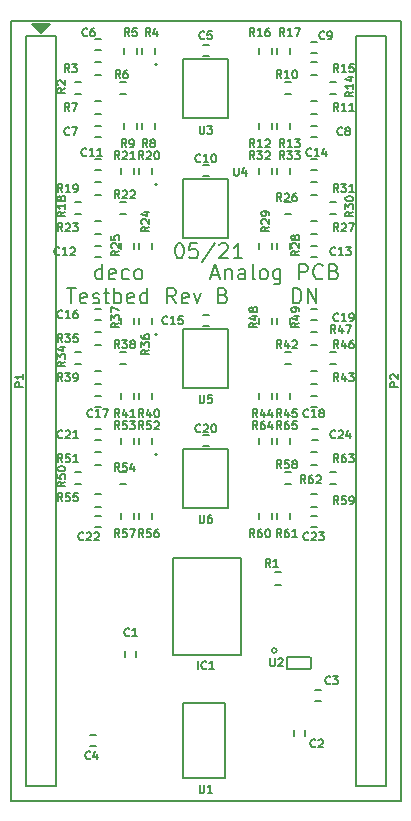
<source format=gbr>
%TF.GenerationSoftware,KiCad,Pcbnew,4.0.2-stable*%
%TF.CreationDate,2021-11-10T19:01:32-08:00*%
%TF.ProjectId,ADC,4144432E6B696361645F706362000000,rev?*%
%TF.FileFunction,Legend,Top*%
%FSLAX46Y46*%
G04 Gerber Fmt 4.6, Leading zero omitted, Abs format (unit mm)*
G04 Created by KiCad (PCBNEW 4.0.2-stable) date 11/10/2021 7:01:32 PM*
%MOMM*%
G01*
G04 APERTURE LIST*
%ADD10C,0.100000*%
%ADD11C,0.203200*%
%ADD12C,0.200000*%
%ADD13C,0.150000*%
%ADD14C,0.127000*%
G04 APERTURE END LIST*
D10*
D11*
X130574143Y-77282524D02*
X130574143Y-76012524D01*
X130876524Y-76012524D01*
X131057952Y-76073000D01*
X131178905Y-76193952D01*
X131239381Y-76314905D01*
X131299857Y-76556810D01*
X131299857Y-76738238D01*
X131239381Y-76980143D01*
X131178905Y-77101095D01*
X131057952Y-77222048D01*
X130876524Y-77282524D01*
X130574143Y-77282524D01*
X131844143Y-77282524D02*
X131844143Y-76012524D01*
X132569857Y-77282524D01*
X132569857Y-76012524D01*
X120904000Y-72202524D02*
X121024952Y-72202524D01*
X121145904Y-72263000D01*
X121206381Y-72323476D01*
X121266857Y-72444429D01*
X121327333Y-72686333D01*
X121327333Y-72988714D01*
X121266857Y-73230619D01*
X121206381Y-73351571D01*
X121145904Y-73412048D01*
X121024952Y-73472524D01*
X120904000Y-73472524D01*
X120783047Y-73412048D01*
X120722571Y-73351571D01*
X120662095Y-73230619D01*
X120601619Y-72988714D01*
X120601619Y-72686333D01*
X120662095Y-72444429D01*
X120722571Y-72323476D01*
X120783047Y-72263000D01*
X120904000Y-72202524D01*
X122476381Y-72202524D02*
X121871619Y-72202524D01*
X121811143Y-72807286D01*
X121871619Y-72746810D01*
X121992571Y-72686333D01*
X122294952Y-72686333D01*
X122415905Y-72746810D01*
X122476381Y-72807286D01*
X122536857Y-72928238D01*
X122536857Y-73230619D01*
X122476381Y-73351571D01*
X122415905Y-73412048D01*
X122294952Y-73472524D01*
X121992571Y-73472524D01*
X121871619Y-73412048D01*
X121811143Y-73351571D01*
X123988286Y-72142048D02*
X122899714Y-73774905D01*
X124351143Y-72323476D02*
X124411619Y-72263000D01*
X124532571Y-72202524D01*
X124834952Y-72202524D01*
X124955905Y-72263000D01*
X125016381Y-72323476D01*
X125076857Y-72444429D01*
X125076857Y-72565381D01*
X125016381Y-72746810D01*
X124290667Y-73472524D01*
X125076857Y-73472524D01*
X126286381Y-73472524D02*
X125560667Y-73472524D01*
X125923524Y-73472524D02*
X125923524Y-72202524D01*
X125802572Y-72383952D01*
X125681619Y-72504905D01*
X125560667Y-72565381D01*
X120674191Y-77282524D02*
X120250858Y-76677762D01*
X119948477Y-77282524D02*
X119948477Y-76012524D01*
X120432286Y-76012524D01*
X120553239Y-76073000D01*
X120613715Y-76133476D01*
X120674191Y-76254429D01*
X120674191Y-76435857D01*
X120613715Y-76556810D01*
X120553239Y-76617286D01*
X120432286Y-76677762D01*
X119948477Y-76677762D01*
X121702286Y-77222048D02*
X121581334Y-77282524D01*
X121339429Y-77282524D01*
X121218477Y-77222048D01*
X121158001Y-77101095D01*
X121158001Y-76617286D01*
X121218477Y-76496333D01*
X121339429Y-76435857D01*
X121581334Y-76435857D01*
X121702286Y-76496333D01*
X121762763Y-76617286D01*
X121762763Y-76738238D01*
X121158001Y-76859190D01*
X122186096Y-76435857D02*
X122488477Y-77282524D01*
X122790857Y-76435857D01*
X124665619Y-76617286D02*
X124847048Y-76677762D01*
X124907524Y-76738238D01*
X124968000Y-76859190D01*
X124968000Y-77040619D01*
X124907524Y-77161571D01*
X124847048Y-77222048D01*
X124726095Y-77282524D01*
X124242286Y-77282524D01*
X124242286Y-76012524D01*
X124665619Y-76012524D01*
X124786572Y-76073000D01*
X124847048Y-76133476D01*
X124907524Y-76254429D01*
X124907524Y-76375381D01*
X124847048Y-76496333D01*
X124786572Y-76556810D01*
X124665619Y-76617286D01*
X124242286Y-76617286D01*
X123710095Y-74887667D02*
X124314857Y-74887667D01*
X123589142Y-75250524D02*
X124012476Y-73980524D01*
X124435809Y-75250524D01*
X124859142Y-74403857D02*
X124859142Y-75250524D01*
X124859142Y-74524810D02*
X124919618Y-74464333D01*
X125040571Y-74403857D01*
X125221999Y-74403857D01*
X125342951Y-74464333D01*
X125403428Y-74585286D01*
X125403428Y-75250524D01*
X126552476Y-75250524D02*
X126552476Y-74585286D01*
X126491999Y-74464333D01*
X126371047Y-74403857D01*
X126129142Y-74403857D01*
X126008190Y-74464333D01*
X126552476Y-75190048D02*
X126431523Y-75250524D01*
X126129142Y-75250524D01*
X126008190Y-75190048D01*
X125947714Y-75069095D01*
X125947714Y-74948143D01*
X126008190Y-74827190D01*
X126129142Y-74766714D01*
X126431523Y-74766714D01*
X126552476Y-74706238D01*
X127338667Y-75250524D02*
X127217714Y-75190048D01*
X127157238Y-75069095D01*
X127157238Y-73980524D01*
X128003905Y-75250524D02*
X127882952Y-75190048D01*
X127822476Y-75129571D01*
X127762000Y-75008619D01*
X127762000Y-74645762D01*
X127822476Y-74524810D01*
X127882952Y-74464333D01*
X128003905Y-74403857D01*
X128185333Y-74403857D01*
X128306285Y-74464333D01*
X128366762Y-74524810D01*
X128427238Y-74645762D01*
X128427238Y-75008619D01*
X128366762Y-75129571D01*
X128306285Y-75190048D01*
X128185333Y-75250524D01*
X128003905Y-75250524D01*
X129515810Y-74403857D02*
X129515810Y-75431952D01*
X129455333Y-75552905D01*
X129394857Y-75613381D01*
X129273905Y-75673857D01*
X129092476Y-75673857D01*
X128971524Y-75613381D01*
X129515810Y-75190048D02*
X129394857Y-75250524D01*
X129152953Y-75250524D01*
X129032000Y-75190048D01*
X128971524Y-75129571D01*
X128911048Y-75008619D01*
X128911048Y-74645762D01*
X128971524Y-74524810D01*
X129032000Y-74464333D01*
X129152953Y-74403857D01*
X129394857Y-74403857D01*
X129515810Y-74464333D01*
X131088191Y-75250524D02*
X131088191Y-73980524D01*
X131572000Y-73980524D01*
X131692953Y-74041000D01*
X131753429Y-74101476D01*
X131813905Y-74222429D01*
X131813905Y-74403857D01*
X131753429Y-74524810D01*
X131692953Y-74585286D01*
X131572000Y-74645762D01*
X131088191Y-74645762D01*
X133083905Y-75129571D02*
X133023429Y-75190048D01*
X132842000Y-75250524D01*
X132721048Y-75250524D01*
X132539620Y-75190048D01*
X132418667Y-75069095D01*
X132358191Y-74948143D01*
X132297715Y-74706238D01*
X132297715Y-74524810D01*
X132358191Y-74282905D01*
X132418667Y-74161952D01*
X132539620Y-74041000D01*
X132721048Y-73980524D01*
X132842000Y-73980524D01*
X133023429Y-74041000D01*
X133083905Y-74101476D01*
X134051524Y-74585286D02*
X134232953Y-74645762D01*
X134293429Y-74706238D01*
X134353905Y-74827190D01*
X134353905Y-75008619D01*
X134293429Y-75129571D01*
X134232953Y-75190048D01*
X134112000Y-75250524D01*
X133628191Y-75250524D01*
X133628191Y-73980524D01*
X134051524Y-73980524D01*
X134172477Y-74041000D01*
X134232953Y-74101476D01*
X134293429Y-74222429D01*
X134293429Y-74343381D01*
X134232953Y-74464333D01*
X134172477Y-74524810D01*
X134051524Y-74585286D01*
X133628191Y-74585286D01*
X111457619Y-76012524D02*
X112183334Y-76012524D01*
X111820477Y-77282524D02*
X111820477Y-76012524D01*
X113090476Y-77222048D02*
X112969524Y-77282524D01*
X112727619Y-77282524D01*
X112606667Y-77222048D01*
X112546191Y-77101095D01*
X112546191Y-76617286D01*
X112606667Y-76496333D01*
X112727619Y-76435857D01*
X112969524Y-76435857D01*
X113090476Y-76496333D01*
X113150953Y-76617286D01*
X113150953Y-76738238D01*
X112546191Y-76859190D01*
X113634762Y-77222048D02*
X113755714Y-77282524D01*
X113997619Y-77282524D01*
X114118571Y-77222048D01*
X114179047Y-77101095D01*
X114179047Y-77040619D01*
X114118571Y-76919667D01*
X113997619Y-76859190D01*
X113816190Y-76859190D01*
X113695238Y-76798714D01*
X113634762Y-76677762D01*
X113634762Y-76617286D01*
X113695238Y-76496333D01*
X113816190Y-76435857D01*
X113997619Y-76435857D01*
X114118571Y-76496333D01*
X114541904Y-76435857D02*
X115025714Y-76435857D01*
X114723333Y-76012524D02*
X114723333Y-77101095D01*
X114783809Y-77222048D01*
X114904762Y-77282524D01*
X115025714Y-77282524D01*
X115449047Y-77282524D02*
X115449047Y-76012524D01*
X115449047Y-76496333D02*
X115569999Y-76435857D01*
X115811904Y-76435857D01*
X115932856Y-76496333D01*
X115993333Y-76556810D01*
X116053809Y-76677762D01*
X116053809Y-77040619D01*
X115993333Y-77161571D01*
X115932856Y-77222048D01*
X115811904Y-77282524D01*
X115569999Y-77282524D01*
X115449047Y-77222048D01*
X117081904Y-77222048D02*
X116960952Y-77282524D01*
X116719047Y-77282524D01*
X116598095Y-77222048D01*
X116537619Y-77101095D01*
X116537619Y-76617286D01*
X116598095Y-76496333D01*
X116719047Y-76435857D01*
X116960952Y-76435857D01*
X117081904Y-76496333D01*
X117142381Y-76617286D01*
X117142381Y-76738238D01*
X116537619Y-76859190D01*
X118230952Y-77282524D02*
X118230952Y-76012524D01*
X118230952Y-77222048D02*
X118109999Y-77282524D01*
X117868095Y-77282524D01*
X117747142Y-77222048D01*
X117686666Y-77161571D01*
X117626190Y-77040619D01*
X117626190Y-76677762D01*
X117686666Y-76556810D01*
X117747142Y-76496333D01*
X117868095Y-76435857D01*
X118109999Y-76435857D01*
X118230952Y-76496333D01*
X114433048Y-75250524D02*
X114433048Y-73980524D01*
X114433048Y-75190048D02*
X114312095Y-75250524D01*
X114070191Y-75250524D01*
X113949238Y-75190048D01*
X113888762Y-75129571D01*
X113828286Y-75008619D01*
X113828286Y-74645762D01*
X113888762Y-74524810D01*
X113949238Y-74464333D01*
X114070191Y-74403857D01*
X114312095Y-74403857D01*
X114433048Y-74464333D01*
X115521619Y-75190048D02*
X115400667Y-75250524D01*
X115158762Y-75250524D01*
X115037810Y-75190048D01*
X114977334Y-75069095D01*
X114977334Y-74585286D01*
X115037810Y-74464333D01*
X115158762Y-74403857D01*
X115400667Y-74403857D01*
X115521619Y-74464333D01*
X115582096Y-74585286D01*
X115582096Y-74706238D01*
X114977334Y-74827190D01*
X116670667Y-75190048D02*
X116549714Y-75250524D01*
X116307810Y-75250524D01*
X116186857Y-75190048D01*
X116126381Y-75129571D01*
X116065905Y-75008619D01*
X116065905Y-74645762D01*
X116126381Y-74524810D01*
X116186857Y-74464333D01*
X116307810Y-74403857D01*
X116549714Y-74403857D01*
X116670667Y-74464333D01*
X117396381Y-75250524D02*
X117275428Y-75190048D01*
X117214952Y-75129571D01*
X117154476Y-75008619D01*
X117154476Y-74645762D01*
X117214952Y-74524810D01*
X117275428Y-74464333D01*
X117396381Y-74403857D01*
X117577809Y-74403857D01*
X117698761Y-74464333D01*
X117759238Y-74524810D01*
X117819714Y-74645762D01*
X117819714Y-75008619D01*
X117759238Y-75129571D01*
X117698761Y-75190048D01*
X117577809Y-75250524D01*
X117396381Y-75250524D01*
D12*
X109220000Y-54102000D02*
X109474000Y-53848000D01*
X108966000Y-53848000D02*
X109220000Y-54102000D01*
X108966000Y-54102000D02*
X108966000Y-53848000D01*
X109474000Y-54102000D02*
X108966000Y-54102000D01*
X109474000Y-53594000D02*
X109474000Y-54102000D01*
X109220000Y-53848000D02*
X109474000Y-53594000D01*
X108966000Y-53594000D02*
X109220000Y-53848000D01*
X108966000Y-53848000D02*
X108966000Y-53594000D01*
X108712000Y-53594000D02*
X108966000Y-53848000D01*
X108712000Y-53848000D02*
X108712000Y-53594000D01*
X109474000Y-53848000D02*
X108712000Y-53848000D01*
X109728000Y-53594000D02*
X109474000Y-53848000D01*
X109728000Y-53848000D02*
X109728000Y-53594000D01*
X109474000Y-53848000D02*
X109728000Y-53848000D01*
X109220000Y-53594000D02*
X109474000Y-53848000D01*
X109220000Y-54356000D02*
X109220000Y-53594000D01*
X108458000Y-53594000D02*
X109982000Y-53594000D01*
X109220000Y-54356000D02*
X108458000Y-53594000D01*
X109982000Y-53594000D02*
X109220000Y-54356000D01*
D13*
X106680000Y-119380000D02*
X106680000Y-53340000D01*
X139700000Y-119380000D02*
X106680000Y-119380000D01*
X139700000Y-53340000D02*
X139700000Y-119380000D01*
X106680000Y-53340000D02*
X139700000Y-53340000D01*
X132084000Y-94505000D02*
X132584000Y-94505000D01*
X132584000Y-93455000D02*
X132084000Y-93455000D01*
X118635000Y-85340000D02*
X118635000Y-84840000D01*
X117585000Y-84840000D02*
X117585000Y-85340000D01*
X107950000Y-54610000D02*
X107950000Y-118110000D01*
X110490000Y-118110000D02*
X110490000Y-54610000D01*
X107950000Y-54610000D02*
X110490000Y-54610000D01*
X107950000Y-118110000D02*
X110490000Y-118110000D01*
X129269000Y-61980000D02*
X129269000Y-62480000D01*
X130319000Y-62480000D02*
X130319000Y-61980000D01*
X118635000Y-95500000D02*
X118635000Y-95000000D01*
X117585000Y-95000000D02*
X117585000Y-95500000D01*
X114296000Y-93455000D02*
X113796000Y-93455000D01*
X113796000Y-94505000D02*
X114296000Y-94505000D01*
X132965000Y-110015000D02*
X132465000Y-110015000D01*
X132465000Y-110965000D02*
X132965000Y-110965000D01*
X113415000Y-114775000D02*
X113915000Y-114775000D01*
X113915000Y-113825000D02*
X113415000Y-113825000D01*
X123440000Y-55405000D02*
X122940000Y-55405000D01*
X122940000Y-56355000D02*
X123440000Y-56355000D01*
X113796000Y-55847000D02*
X114296000Y-55847000D01*
X114296000Y-54897000D02*
X113796000Y-54897000D01*
X132584000Y-62263000D02*
X132084000Y-62263000D01*
X132084000Y-63213000D02*
X132584000Y-63213000D01*
X132584000Y-55151000D02*
X132084000Y-55151000D01*
X132084000Y-56101000D02*
X132584000Y-56101000D01*
X123440000Y-65565000D02*
X122940000Y-65565000D01*
X122940000Y-66515000D02*
X123440000Y-66515000D01*
X113796000Y-66007000D02*
X114296000Y-66007000D01*
X114296000Y-65057000D02*
X113796000Y-65057000D01*
X113796000Y-73373000D02*
X114296000Y-73373000D01*
X114296000Y-72423000D02*
X113796000Y-72423000D01*
X132584000Y-72423000D02*
X132084000Y-72423000D01*
X132084000Y-73373000D02*
X132584000Y-73373000D01*
X132584000Y-65057000D02*
X132084000Y-65057000D01*
X132084000Y-66007000D02*
X132584000Y-66007000D01*
X123440000Y-78265000D02*
X122940000Y-78265000D01*
X122940000Y-79215000D02*
X123440000Y-79215000D01*
X113796000Y-78707000D02*
X114296000Y-78707000D01*
X114296000Y-77757000D02*
X113796000Y-77757000D01*
X113796000Y-86073000D02*
X114296000Y-86073000D01*
X114296000Y-85123000D02*
X113796000Y-85123000D01*
X132584000Y-85123000D02*
X132084000Y-85123000D01*
X132084000Y-86073000D02*
X132584000Y-86073000D01*
X132584000Y-77757000D02*
X132084000Y-77757000D01*
X132084000Y-78707000D02*
X132584000Y-78707000D01*
X123440000Y-88425000D02*
X122940000Y-88425000D01*
X122940000Y-89375000D02*
X123440000Y-89375000D01*
X113796000Y-88867000D02*
X114296000Y-88867000D01*
X114296000Y-87917000D02*
X113796000Y-87917000D01*
X113796000Y-96233000D02*
X114296000Y-96233000D01*
X114296000Y-95283000D02*
X113796000Y-95283000D01*
X132584000Y-95283000D02*
X132084000Y-95283000D01*
X132084000Y-96233000D02*
X132584000Y-96233000D01*
X129036000Y-101109000D02*
X129536000Y-101109000D01*
X129536000Y-100059000D02*
X129036000Y-100059000D01*
X112145000Y-59580000D02*
X112645000Y-59580000D01*
X112645000Y-58530000D02*
X112145000Y-58530000D01*
X113796000Y-57929000D02*
X114296000Y-57929000D01*
X114296000Y-56879000D02*
X113796000Y-56879000D01*
X117839000Y-55630000D02*
X117839000Y-56130000D01*
X118889000Y-56130000D02*
X118889000Y-55630000D01*
X117365000Y-56130000D02*
X117365000Y-55630000D01*
X116315000Y-55630000D02*
X116315000Y-56130000D01*
X115955000Y-59580000D02*
X116455000Y-59580000D01*
X116455000Y-58530000D02*
X115955000Y-58530000D01*
X114296000Y-60181000D02*
X113796000Y-60181000D01*
X113796000Y-61231000D02*
X114296000Y-61231000D01*
X118889000Y-62480000D02*
X118889000Y-61980000D01*
X117839000Y-61980000D02*
X117839000Y-62480000D01*
X116315000Y-61980000D02*
X116315000Y-62480000D01*
X117365000Y-62480000D02*
X117365000Y-61980000D01*
X130425000Y-58530000D02*
X129925000Y-58530000D01*
X129925000Y-59580000D02*
X130425000Y-59580000D01*
X132084000Y-61231000D02*
X132584000Y-61231000D01*
X132584000Y-60181000D02*
X132084000Y-60181000D01*
X128795000Y-62480000D02*
X128795000Y-61980000D01*
X127745000Y-61980000D02*
X127745000Y-62480000D01*
X134235000Y-58530000D02*
X133735000Y-58530000D01*
X133735000Y-59580000D02*
X134235000Y-59580000D01*
X132084000Y-57929000D02*
X132584000Y-57929000D01*
X132584000Y-56879000D02*
X132084000Y-56879000D01*
X127745000Y-55630000D02*
X127745000Y-56130000D01*
X128795000Y-56130000D02*
X128795000Y-55630000D01*
X130319000Y-56130000D02*
X130319000Y-55630000D01*
X129269000Y-55630000D02*
X129269000Y-56130000D01*
X112145000Y-69740000D02*
X112645000Y-69740000D01*
X112645000Y-68690000D02*
X112145000Y-68690000D01*
X113796000Y-68089000D02*
X114296000Y-68089000D01*
X114296000Y-67039000D02*
X113796000Y-67039000D01*
X117585000Y-65790000D02*
X117585000Y-66290000D01*
X118635000Y-66290000D02*
X118635000Y-65790000D01*
X117111000Y-66290000D02*
X117111000Y-65790000D01*
X116061000Y-65790000D02*
X116061000Y-66290000D01*
X115955000Y-69740000D02*
X116455000Y-69740000D01*
X116455000Y-68690000D02*
X115955000Y-68690000D01*
X114296000Y-70341000D02*
X113796000Y-70341000D01*
X113796000Y-71391000D02*
X114296000Y-71391000D01*
X118635000Y-72640000D02*
X118635000Y-72140000D01*
X117585000Y-72140000D02*
X117585000Y-72640000D01*
X116061000Y-72140000D02*
X116061000Y-72640000D01*
X117111000Y-72640000D02*
X117111000Y-72140000D01*
X130425000Y-68690000D02*
X129925000Y-68690000D01*
X129925000Y-69740000D02*
X130425000Y-69740000D01*
X132084000Y-71391000D02*
X132584000Y-71391000D01*
X132584000Y-70341000D02*
X132084000Y-70341000D01*
X128795000Y-72640000D02*
X128795000Y-72140000D01*
X127745000Y-72140000D02*
X127745000Y-72640000D01*
X129269000Y-72140000D02*
X129269000Y-72640000D01*
X130319000Y-72640000D02*
X130319000Y-72140000D01*
X134235000Y-68690000D02*
X133735000Y-68690000D01*
X133735000Y-69740000D02*
X134235000Y-69740000D01*
X132084000Y-68089000D02*
X132584000Y-68089000D01*
X132584000Y-67039000D02*
X132084000Y-67039000D01*
X127745000Y-65790000D02*
X127745000Y-66290000D01*
X128795000Y-66290000D02*
X128795000Y-65790000D01*
X130319000Y-66290000D02*
X130319000Y-65790000D01*
X129269000Y-65790000D02*
X129269000Y-66290000D01*
X112145000Y-82440000D02*
X112645000Y-82440000D01*
X112645000Y-81390000D02*
X112145000Y-81390000D01*
X113796000Y-80789000D02*
X114296000Y-80789000D01*
X114296000Y-79739000D02*
X113796000Y-79739000D01*
X117585000Y-78490000D02*
X117585000Y-78990000D01*
X118635000Y-78990000D02*
X118635000Y-78490000D01*
X117111000Y-78990000D02*
X117111000Y-78490000D01*
X116061000Y-78490000D02*
X116061000Y-78990000D01*
X115955000Y-82440000D02*
X116455000Y-82440000D01*
X116455000Y-81390000D02*
X115955000Y-81390000D01*
X114296000Y-83041000D02*
X113796000Y-83041000D01*
X113796000Y-84091000D02*
X114296000Y-84091000D01*
X116061000Y-84840000D02*
X116061000Y-85340000D01*
X117111000Y-85340000D02*
X117111000Y-84840000D01*
X130425000Y-81390000D02*
X129925000Y-81390000D01*
X129925000Y-82440000D02*
X130425000Y-82440000D01*
X132084000Y-84091000D02*
X132584000Y-84091000D01*
X132584000Y-83041000D02*
X132084000Y-83041000D01*
X128795000Y-85340000D02*
X128795000Y-84840000D01*
X127745000Y-84840000D02*
X127745000Y-85340000D01*
X129269000Y-84840000D02*
X129269000Y-85340000D01*
X130319000Y-85340000D02*
X130319000Y-84840000D01*
X133735000Y-82440000D02*
X134235000Y-82440000D01*
X134235000Y-81390000D02*
X133735000Y-81390000D01*
X132084000Y-80789000D02*
X132584000Y-80789000D01*
X132584000Y-79739000D02*
X132084000Y-79739000D01*
X127745000Y-78490000D02*
X127745000Y-78990000D01*
X128795000Y-78990000D02*
X128795000Y-78490000D01*
X130319000Y-78990000D02*
X130319000Y-78490000D01*
X129269000Y-78490000D02*
X129269000Y-78990000D01*
X112145000Y-92600000D02*
X112645000Y-92600000D01*
X112645000Y-91550000D02*
X112145000Y-91550000D01*
X113796000Y-90949000D02*
X114296000Y-90949000D01*
X114296000Y-89899000D02*
X113796000Y-89899000D01*
X117585000Y-88650000D02*
X117585000Y-89150000D01*
X118635000Y-89150000D02*
X118635000Y-88650000D01*
X117111000Y-89150000D02*
X117111000Y-88650000D01*
X116061000Y-88650000D02*
X116061000Y-89150000D01*
X115955000Y-92600000D02*
X116455000Y-92600000D01*
X116455000Y-91550000D02*
X115955000Y-91550000D01*
X116061000Y-95000000D02*
X116061000Y-95500000D01*
X117111000Y-95500000D02*
X117111000Y-95000000D01*
X130425000Y-91550000D02*
X129925000Y-91550000D01*
X129925000Y-92600000D02*
X130425000Y-92600000D01*
X128795000Y-95500000D02*
X128795000Y-95000000D01*
X127745000Y-95000000D02*
X127745000Y-95500000D01*
X129269000Y-95000000D02*
X129269000Y-95500000D01*
X130319000Y-95500000D02*
X130319000Y-95000000D01*
X133735000Y-92600000D02*
X134235000Y-92600000D01*
X134235000Y-91550000D02*
X133735000Y-91550000D01*
X132084000Y-90949000D02*
X132584000Y-90949000D01*
X132584000Y-89899000D02*
X132084000Y-89899000D01*
X127745000Y-88650000D02*
X127745000Y-89150000D01*
X128795000Y-89150000D02*
X128795000Y-88650000D01*
X130319000Y-89150000D02*
X130319000Y-88650000D01*
X129269000Y-88650000D02*
X129269000Y-89150000D01*
X119090000Y-57055000D02*
G75*
G03X119090000Y-57055000I-100000J0D01*
G01*
X125090000Y-61555000D02*
X121290000Y-61555000D01*
X125090000Y-56555000D02*
X121290000Y-56555000D01*
X121290000Y-61555000D02*
X121290000Y-56555000D01*
X125090000Y-61555000D02*
X125090000Y-56555000D01*
X119090000Y-67215000D02*
G75*
G03X119090000Y-67215000I-100000J0D01*
G01*
X125090000Y-71715000D02*
X121290000Y-71715000D01*
X125090000Y-66715000D02*
X121290000Y-66715000D01*
X121290000Y-71715000D02*
X121290000Y-66715000D01*
X125090000Y-71715000D02*
X125090000Y-66715000D01*
X119090000Y-79915000D02*
G75*
G03X119090000Y-79915000I-100000J0D01*
G01*
X125090000Y-84415000D02*
X121290000Y-84415000D01*
X125090000Y-79415000D02*
X121290000Y-79415000D01*
X121290000Y-84415000D02*
X121290000Y-79415000D01*
X125090000Y-84415000D02*
X125090000Y-79415000D01*
X119090000Y-90075000D02*
G75*
G03X119090000Y-90075000I-100000J0D01*
G01*
X125090000Y-94575000D02*
X121290000Y-94575000D01*
X125090000Y-89575000D02*
X121290000Y-89575000D01*
X121290000Y-94575000D02*
X121290000Y-89575000D01*
X125090000Y-94575000D02*
X125090000Y-89575000D01*
X117315000Y-107247500D02*
X117315000Y-106747500D01*
X116365000Y-106747500D02*
X116365000Y-107247500D01*
X131602500Y-113915000D02*
X131602500Y-113415000D01*
X130652500Y-113415000D02*
X130652500Y-113915000D01*
X132722000Y-87917000D02*
X132222000Y-87917000D01*
X132222000Y-88867000D02*
X132722000Y-88867000D01*
X126190000Y-98870000D02*
X120390000Y-98870000D01*
X126190000Y-107070000D02*
X120390000Y-107070000D01*
X120390000Y-98870000D02*
X120390000Y-107070000D01*
X126190000Y-98870000D02*
X126190000Y-107070000D01*
X129190000Y-106670000D02*
G75*
G03X129190000Y-106670000I-200000J0D01*
G01*
X121290000Y-111100000D02*
X124790000Y-111100000D01*
X124790000Y-117500000D02*
X124790000Y-111100000D01*
X121290000Y-117500000D02*
X121290000Y-111100000D01*
X124790000Y-117500000D02*
X121290000Y-117500000D01*
X113796000Y-63213000D02*
X114296000Y-63213000D01*
X114296000Y-62263000D02*
X113796000Y-62263000D01*
X135890000Y-54610000D02*
X135890000Y-118110000D01*
X138430000Y-118110000D02*
X138430000Y-54610000D01*
X135890000Y-54610000D02*
X138430000Y-54610000D01*
X135890000Y-118110000D02*
X138430000Y-118110000D01*
X130039000Y-108195000D02*
X130039000Y-107220000D01*
X130064000Y-108220000D02*
X132064000Y-108220000D01*
X130064000Y-107220000D02*
X132064000Y-107220000D01*
X132089000Y-108195000D02*
X132089000Y-107220000D01*
D14*
X134433128Y-94290243D02*
X134204528Y-93963671D01*
X134041243Y-94290243D02*
X134041243Y-93604443D01*
X134302500Y-93604443D01*
X134367814Y-93637100D01*
X134400471Y-93669757D01*
X134433128Y-93735071D01*
X134433128Y-93833043D01*
X134400471Y-93898357D01*
X134367814Y-93931014D01*
X134302500Y-93963671D01*
X134041243Y-93963671D01*
X135053614Y-93604443D02*
X134727043Y-93604443D01*
X134694386Y-93931014D01*
X134727043Y-93898357D01*
X134792357Y-93865700D01*
X134955643Y-93865700D01*
X135020957Y-93898357D01*
X135053614Y-93931014D01*
X135086271Y-93996329D01*
X135086271Y-94159614D01*
X135053614Y-94224929D01*
X135020957Y-94257586D01*
X134955643Y-94290243D01*
X134792357Y-94290243D01*
X134727043Y-94257586D01*
X134694386Y-94224929D01*
X135412843Y-94290243D02*
X135543471Y-94290243D01*
X135608786Y-94257586D01*
X135641443Y-94224929D01*
X135706757Y-94126957D01*
X135739414Y-93996329D01*
X135739414Y-93735071D01*
X135706757Y-93669757D01*
X135674100Y-93637100D01*
X135608786Y-93604443D01*
X135478157Y-93604443D01*
X135412843Y-93637100D01*
X135380186Y-93669757D01*
X135347529Y-93735071D01*
X135347529Y-93898357D01*
X135380186Y-93963671D01*
X135412843Y-93996329D01*
X135478157Y-94028986D01*
X135608786Y-94028986D01*
X135674100Y-93996329D01*
X135706757Y-93963671D01*
X135739414Y-93898357D01*
X117923128Y-86924243D02*
X117694528Y-86597671D01*
X117531243Y-86924243D02*
X117531243Y-86238443D01*
X117792500Y-86238443D01*
X117857814Y-86271100D01*
X117890471Y-86303757D01*
X117923128Y-86369071D01*
X117923128Y-86467043D01*
X117890471Y-86532357D01*
X117857814Y-86565014D01*
X117792500Y-86597671D01*
X117531243Y-86597671D01*
X118510957Y-86467043D02*
X118510957Y-86924243D01*
X118347671Y-86205786D02*
X118184386Y-86695643D01*
X118608928Y-86695643D01*
X119000814Y-86238443D02*
X119066129Y-86238443D01*
X119131443Y-86271100D01*
X119164100Y-86303757D01*
X119196757Y-86369071D01*
X119229414Y-86499700D01*
X119229414Y-86662986D01*
X119196757Y-86793614D01*
X119164100Y-86858929D01*
X119131443Y-86891586D01*
X119066129Y-86924243D01*
X119000814Y-86924243D01*
X118935500Y-86891586D01*
X118902843Y-86858929D01*
X118870186Y-86793614D01*
X118837529Y-86662986D01*
X118837529Y-86499700D01*
X118870186Y-86369071D01*
X118902843Y-86303757D01*
X118935500Y-86271100D01*
X119000814Y-86238443D01*
X107752243Y-84326185D02*
X107066443Y-84326185D01*
X107066443Y-84064928D01*
X107099100Y-83999614D01*
X107131757Y-83966957D01*
X107197071Y-83934300D01*
X107295043Y-83934300D01*
X107360357Y-83966957D01*
X107393014Y-83999614D01*
X107425671Y-84064928D01*
X107425671Y-84326185D01*
X107752243Y-83281157D02*
X107752243Y-83673042D01*
X107752243Y-83477100D02*
X107066443Y-83477100D01*
X107164414Y-83542414D01*
X107229729Y-83607728D01*
X107262386Y-83673042D01*
X129861128Y-64064243D02*
X129632528Y-63737671D01*
X129469243Y-64064243D02*
X129469243Y-63378443D01*
X129730500Y-63378443D01*
X129795814Y-63411100D01*
X129828471Y-63443757D01*
X129861128Y-63509071D01*
X129861128Y-63607043D01*
X129828471Y-63672357D01*
X129795814Y-63705014D01*
X129730500Y-63737671D01*
X129469243Y-63737671D01*
X130514271Y-64064243D02*
X130122386Y-64064243D01*
X130318328Y-64064243D02*
X130318328Y-63378443D01*
X130253014Y-63476414D01*
X130187700Y-63541729D01*
X130122386Y-63574386D01*
X130742871Y-63378443D02*
X131167414Y-63378443D01*
X130938814Y-63639700D01*
X131036786Y-63639700D01*
X131102100Y-63672357D01*
X131134757Y-63705014D01*
X131167414Y-63770329D01*
X131167414Y-63933614D01*
X131134757Y-63998929D01*
X131102100Y-64031586D01*
X131036786Y-64064243D01*
X130840843Y-64064243D01*
X130775529Y-64031586D01*
X130742871Y-63998929D01*
X117923128Y-97084243D02*
X117694528Y-96757671D01*
X117531243Y-97084243D02*
X117531243Y-96398443D01*
X117792500Y-96398443D01*
X117857814Y-96431100D01*
X117890471Y-96463757D01*
X117923128Y-96529071D01*
X117923128Y-96627043D01*
X117890471Y-96692357D01*
X117857814Y-96725014D01*
X117792500Y-96757671D01*
X117531243Y-96757671D01*
X118543614Y-96398443D02*
X118217043Y-96398443D01*
X118184386Y-96725014D01*
X118217043Y-96692357D01*
X118282357Y-96659700D01*
X118445643Y-96659700D01*
X118510957Y-96692357D01*
X118543614Y-96725014D01*
X118576271Y-96790329D01*
X118576271Y-96953614D01*
X118543614Y-97018929D01*
X118510957Y-97051586D01*
X118445643Y-97084243D01*
X118282357Y-97084243D01*
X118217043Y-97051586D01*
X118184386Y-97018929D01*
X119164100Y-96398443D02*
X119033471Y-96398443D01*
X118968157Y-96431100D01*
X118935500Y-96463757D01*
X118870186Y-96561729D01*
X118837529Y-96692357D01*
X118837529Y-96953614D01*
X118870186Y-97018929D01*
X118902843Y-97051586D01*
X118968157Y-97084243D01*
X119098786Y-97084243D01*
X119164100Y-97051586D01*
X119196757Y-97018929D01*
X119229414Y-96953614D01*
X119229414Y-96790329D01*
X119196757Y-96725014D01*
X119164100Y-96692357D01*
X119098786Y-96659700D01*
X118968157Y-96659700D01*
X118902843Y-96692357D01*
X118870186Y-96725014D01*
X118837529Y-96790329D01*
X111065128Y-94036243D02*
X110836528Y-93709671D01*
X110673243Y-94036243D02*
X110673243Y-93350443D01*
X110934500Y-93350443D01*
X110999814Y-93383100D01*
X111032471Y-93415757D01*
X111065128Y-93481071D01*
X111065128Y-93579043D01*
X111032471Y-93644357D01*
X110999814Y-93677014D01*
X110934500Y-93709671D01*
X110673243Y-93709671D01*
X111685614Y-93350443D02*
X111359043Y-93350443D01*
X111326386Y-93677014D01*
X111359043Y-93644357D01*
X111424357Y-93611700D01*
X111587643Y-93611700D01*
X111652957Y-93644357D01*
X111685614Y-93677014D01*
X111718271Y-93742329D01*
X111718271Y-93905614D01*
X111685614Y-93970929D01*
X111652957Y-94003586D01*
X111587643Y-94036243D01*
X111424357Y-94036243D01*
X111359043Y-94003586D01*
X111326386Y-93970929D01*
X112338757Y-93350443D02*
X112012186Y-93350443D01*
X111979529Y-93677014D01*
X112012186Y-93644357D01*
X112077500Y-93611700D01*
X112240786Y-93611700D01*
X112306100Y-93644357D01*
X112338757Y-93677014D01*
X112371414Y-93742329D01*
X112371414Y-93905614D01*
X112338757Y-93970929D01*
X112306100Y-94003586D01*
X112240786Y-94036243D01*
X112077500Y-94036243D01*
X112012186Y-94003586D01*
X111979529Y-93970929D01*
X133743700Y-109464929D02*
X133711043Y-109497586D01*
X133613072Y-109530243D01*
X133547758Y-109530243D01*
X133449786Y-109497586D01*
X133384472Y-109432271D01*
X133351815Y-109366957D01*
X133319158Y-109236329D01*
X133319158Y-109138357D01*
X133351815Y-109007729D01*
X133384472Y-108942414D01*
X133449786Y-108877100D01*
X133547758Y-108844443D01*
X133613072Y-108844443D01*
X133711043Y-108877100D01*
X133743700Y-108909757D01*
X133972300Y-108844443D02*
X134396843Y-108844443D01*
X134168243Y-109105700D01*
X134266215Y-109105700D01*
X134331529Y-109138357D01*
X134364186Y-109171014D01*
X134396843Y-109236329D01*
X134396843Y-109399614D01*
X134364186Y-109464929D01*
X134331529Y-109497586D01*
X134266215Y-109530243D01*
X134070272Y-109530243D01*
X134004958Y-109497586D01*
X133972300Y-109464929D01*
X113423700Y-115814929D02*
X113391043Y-115847586D01*
X113293072Y-115880243D01*
X113227758Y-115880243D01*
X113129786Y-115847586D01*
X113064472Y-115782271D01*
X113031815Y-115716957D01*
X112999158Y-115586329D01*
X112999158Y-115488357D01*
X113031815Y-115357729D01*
X113064472Y-115292414D01*
X113129786Y-115227100D01*
X113227758Y-115194443D01*
X113293072Y-115194443D01*
X113391043Y-115227100D01*
X113423700Y-115259757D01*
X114011529Y-115423043D02*
X114011529Y-115880243D01*
X113848243Y-115161786D02*
X113684958Y-115651643D01*
X114109500Y-115651643D01*
X123075700Y-54854929D02*
X123043043Y-54887586D01*
X122945072Y-54920243D01*
X122879758Y-54920243D01*
X122781786Y-54887586D01*
X122716472Y-54822271D01*
X122683815Y-54756957D01*
X122651158Y-54626329D01*
X122651158Y-54528357D01*
X122683815Y-54397729D01*
X122716472Y-54332414D01*
X122781786Y-54267100D01*
X122879758Y-54234443D01*
X122945072Y-54234443D01*
X123043043Y-54267100D01*
X123075700Y-54299757D01*
X123696186Y-54234443D02*
X123369615Y-54234443D01*
X123336958Y-54561014D01*
X123369615Y-54528357D01*
X123434929Y-54495700D01*
X123598215Y-54495700D01*
X123663529Y-54528357D01*
X123696186Y-54561014D01*
X123728843Y-54626329D01*
X123728843Y-54789614D01*
X123696186Y-54854929D01*
X123663529Y-54887586D01*
X123598215Y-54920243D01*
X123434929Y-54920243D01*
X123369615Y-54887586D01*
X123336958Y-54854929D01*
X113169700Y-54600929D02*
X113137043Y-54633586D01*
X113039072Y-54666243D01*
X112973758Y-54666243D01*
X112875786Y-54633586D01*
X112810472Y-54568271D01*
X112777815Y-54502957D01*
X112745158Y-54372329D01*
X112745158Y-54274357D01*
X112777815Y-54143729D01*
X112810472Y-54078414D01*
X112875786Y-54013100D01*
X112973758Y-53980443D01*
X113039072Y-53980443D01*
X113137043Y-54013100D01*
X113169700Y-54045757D01*
X113757529Y-53980443D02*
X113626900Y-53980443D01*
X113561586Y-54013100D01*
X113528929Y-54045757D01*
X113463615Y-54143729D01*
X113430958Y-54274357D01*
X113430958Y-54535614D01*
X113463615Y-54600929D01*
X113496272Y-54633586D01*
X113561586Y-54666243D01*
X113692215Y-54666243D01*
X113757529Y-54633586D01*
X113790186Y-54600929D01*
X113822843Y-54535614D01*
X113822843Y-54372329D01*
X113790186Y-54307014D01*
X113757529Y-54274357D01*
X113692215Y-54241700D01*
X113561586Y-54241700D01*
X113496272Y-54274357D01*
X113463615Y-54307014D01*
X113430958Y-54372329D01*
X134759700Y-62982929D02*
X134727043Y-63015586D01*
X134629072Y-63048243D01*
X134563758Y-63048243D01*
X134465786Y-63015586D01*
X134400472Y-62950271D01*
X134367815Y-62884957D01*
X134335158Y-62754329D01*
X134335158Y-62656357D01*
X134367815Y-62525729D01*
X134400472Y-62460414D01*
X134465786Y-62395100D01*
X134563758Y-62362443D01*
X134629072Y-62362443D01*
X134727043Y-62395100D01*
X134759700Y-62427757D01*
X135151586Y-62656357D02*
X135086272Y-62623700D01*
X135053615Y-62591043D01*
X135020958Y-62525729D01*
X135020958Y-62493071D01*
X135053615Y-62427757D01*
X135086272Y-62395100D01*
X135151586Y-62362443D01*
X135282215Y-62362443D01*
X135347529Y-62395100D01*
X135380186Y-62427757D01*
X135412843Y-62493071D01*
X135412843Y-62525729D01*
X135380186Y-62591043D01*
X135347529Y-62623700D01*
X135282215Y-62656357D01*
X135151586Y-62656357D01*
X135086272Y-62689014D01*
X135053615Y-62721671D01*
X135020958Y-62786986D01*
X135020958Y-62917614D01*
X135053615Y-62982929D01*
X135086272Y-63015586D01*
X135151586Y-63048243D01*
X135282215Y-63048243D01*
X135347529Y-63015586D01*
X135380186Y-62982929D01*
X135412843Y-62917614D01*
X135412843Y-62786986D01*
X135380186Y-62721671D01*
X135347529Y-62689014D01*
X135282215Y-62656357D01*
X133235700Y-54854929D02*
X133203043Y-54887586D01*
X133105072Y-54920243D01*
X133039758Y-54920243D01*
X132941786Y-54887586D01*
X132876472Y-54822271D01*
X132843815Y-54756957D01*
X132811158Y-54626329D01*
X132811158Y-54528357D01*
X132843815Y-54397729D01*
X132876472Y-54332414D01*
X132941786Y-54267100D01*
X133039758Y-54234443D01*
X133105072Y-54234443D01*
X133203043Y-54267100D01*
X133235700Y-54299757D01*
X133562272Y-54920243D02*
X133692900Y-54920243D01*
X133758215Y-54887586D01*
X133790872Y-54854929D01*
X133856186Y-54756957D01*
X133888843Y-54626329D01*
X133888843Y-54365071D01*
X133856186Y-54299757D01*
X133823529Y-54267100D01*
X133758215Y-54234443D01*
X133627586Y-54234443D01*
X133562272Y-54267100D01*
X133529615Y-54299757D01*
X133496958Y-54365071D01*
X133496958Y-54528357D01*
X133529615Y-54593671D01*
X133562272Y-54626329D01*
X133627586Y-54658986D01*
X133758215Y-54658986D01*
X133823529Y-54626329D01*
X133856186Y-54593671D01*
X133888843Y-54528357D01*
X122749128Y-65268929D02*
X122716471Y-65301586D01*
X122618500Y-65334243D01*
X122553186Y-65334243D01*
X122455214Y-65301586D01*
X122389900Y-65236271D01*
X122357243Y-65170957D01*
X122324586Y-65040329D01*
X122324586Y-64942357D01*
X122357243Y-64811729D01*
X122389900Y-64746414D01*
X122455214Y-64681100D01*
X122553186Y-64648443D01*
X122618500Y-64648443D01*
X122716471Y-64681100D01*
X122749128Y-64713757D01*
X123402271Y-65334243D02*
X123010386Y-65334243D01*
X123206328Y-65334243D02*
X123206328Y-64648443D01*
X123141014Y-64746414D01*
X123075700Y-64811729D01*
X123010386Y-64844386D01*
X123826814Y-64648443D02*
X123892129Y-64648443D01*
X123957443Y-64681100D01*
X123990100Y-64713757D01*
X124022757Y-64779071D01*
X124055414Y-64909700D01*
X124055414Y-65072986D01*
X124022757Y-65203614D01*
X123990100Y-65268929D01*
X123957443Y-65301586D01*
X123892129Y-65334243D01*
X123826814Y-65334243D01*
X123761500Y-65301586D01*
X123728843Y-65268929D01*
X123696186Y-65203614D01*
X123663529Y-65072986D01*
X123663529Y-64909700D01*
X123696186Y-64779071D01*
X123728843Y-64713757D01*
X123761500Y-64681100D01*
X123826814Y-64648443D01*
X113097128Y-64760929D02*
X113064471Y-64793586D01*
X112966500Y-64826243D01*
X112901186Y-64826243D01*
X112803214Y-64793586D01*
X112737900Y-64728271D01*
X112705243Y-64662957D01*
X112672586Y-64532329D01*
X112672586Y-64434357D01*
X112705243Y-64303729D01*
X112737900Y-64238414D01*
X112803214Y-64173100D01*
X112901186Y-64140443D01*
X112966500Y-64140443D01*
X113064471Y-64173100D01*
X113097128Y-64205757D01*
X113750271Y-64826243D02*
X113358386Y-64826243D01*
X113554328Y-64826243D02*
X113554328Y-64140443D01*
X113489014Y-64238414D01*
X113423700Y-64303729D01*
X113358386Y-64336386D01*
X114403414Y-64826243D02*
X114011529Y-64826243D01*
X114207471Y-64826243D02*
X114207471Y-64140443D01*
X114142157Y-64238414D01*
X114076843Y-64303729D01*
X114011529Y-64336386D01*
X110811128Y-73142929D02*
X110778471Y-73175586D01*
X110680500Y-73208243D01*
X110615186Y-73208243D01*
X110517214Y-73175586D01*
X110451900Y-73110271D01*
X110419243Y-73044957D01*
X110386586Y-72914329D01*
X110386586Y-72816357D01*
X110419243Y-72685729D01*
X110451900Y-72620414D01*
X110517214Y-72555100D01*
X110615186Y-72522443D01*
X110680500Y-72522443D01*
X110778471Y-72555100D01*
X110811128Y-72587757D01*
X111464271Y-73208243D02*
X111072386Y-73208243D01*
X111268328Y-73208243D02*
X111268328Y-72522443D01*
X111203014Y-72620414D01*
X111137700Y-72685729D01*
X111072386Y-72718386D01*
X111725529Y-72587757D02*
X111758186Y-72555100D01*
X111823500Y-72522443D01*
X111986786Y-72522443D01*
X112052100Y-72555100D01*
X112084757Y-72587757D01*
X112117414Y-72653071D01*
X112117414Y-72718386D01*
X112084757Y-72816357D01*
X111692871Y-73208243D01*
X112117414Y-73208243D01*
X134179128Y-73142929D02*
X134146471Y-73175586D01*
X134048500Y-73208243D01*
X133983186Y-73208243D01*
X133885214Y-73175586D01*
X133819900Y-73110271D01*
X133787243Y-73044957D01*
X133754586Y-72914329D01*
X133754586Y-72816357D01*
X133787243Y-72685729D01*
X133819900Y-72620414D01*
X133885214Y-72555100D01*
X133983186Y-72522443D01*
X134048500Y-72522443D01*
X134146471Y-72555100D01*
X134179128Y-72587757D01*
X134832271Y-73208243D02*
X134440386Y-73208243D01*
X134636328Y-73208243D02*
X134636328Y-72522443D01*
X134571014Y-72620414D01*
X134505700Y-72685729D01*
X134440386Y-72718386D01*
X135060871Y-72522443D02*
X135485414Y-72522443D01*
X135256814Y-72783700D01*
X135354786Y-72783700D01*
X135420100Y-72816357D01*
X135452757Y-72849014D01*
X135485414Y-72914329D01*
X135485414Y-73077614D01*
X135452757Y-73142929D01*
X135420100Y-73175586D01*
X135354786Y-73208243D01*
X135158843Y-73208243D01*
X135093529Y-73175586D01*
X135060871Y-73142929D01*
X132147128Y-64760929D02*
X132114471Y-64793586D01*
X132016500Y-64826243D01*
X131951186Y-64826243D01*
X131853214Y-64793586D01*
X131787900Y-64728271D01*
X131755243Y-64662957D01*
X131722586Y-64532329D01*
X131722586Y-64434357D01*
X131755243Y-64303729D01*
X131787900Y-64238414D01*
X131853214Y-64173100D01*
X131951186Y-64140443D01*
X132016500Y-64140443D01*
X132114471Y-64173100D01*
X132147128Y-64205757D01*
X132800271Y-64826243D02*
X132408386Y-64826243D01*
X132604328Y-64826243D02*
X132604328Y-64140443D01*
X132539014Y-64238414D01*
X132473700Y-64303729D01*
X132408386Y-64336386D01*
X133388100Y-64369043D02*
X133388100Y-64826243D01*
X133224814Y-64107786D02*
X133061529Y-64597643D01*
X133486071Y-64597643D01*
X119955128Y-78984929D02*
X119922471Y-79017586D01*
X119824500Y-79050243D01*
X119759186Y-79050243D01*
X119661214Y-79017586D01*
X119595900Y-78952271D01*
X119563243Y-78886957D01*
X119530586Y-78756329D01*
X119530586Y-78658357D01*
X119563243Y-78527729D01*
X119595900Y-78462414D01*
X119661214Y-78397100D01*
X119759186Y-78364443D01*
X119824500Y-78364443D01*
X119922471Y-78397100D01*
X119955128Y-78429757D01*
X120608271Y-79050243D02*
X120216386Y-79050243D01*
X120412328Y-79050243D02*
X120412328Y-78364443D01*
X120347014Y-78462414D01*
X120281700Y-78527729D01*
X120216386Y-78560386D01*
X121228757Y-78364443D02*
X120902186Y-78364443D01*
X120869529Y-78691014D01*
X120902186Y-78658357D01*
X120967500Y-78625700D01*
X121130786Y-78625700D01*
X121196100Y-78658357D01*
X121228757Y-78691014D01*
X121261414Y-78756329D01*
X121261414Y-78919614D01*
X121228757Y-78984929D01*
X121196100Y-79017586D01*
X121130786Y-79050243D01*
X120967500Y-79050243D01*
X120902186Y-79017586D01*
X120869529Y-78984929D01*
X111065128Y-78476929D02*
X111032471Y-78509586D01*
X110934500Y-78542243D01*
X110869186Y-78542243D01*
X110771214Y-78509586D01*
X110705900Y-78444271D01*
X110673243Y-78378957D01*
X110640586Y-78248329D01*
X110640586Y-78150357D01*
X110673243Y-78019729D01*
X110705900Y-77954414D01*
X110771214Y-77889100D01*
X110869186Y-77856443D01*
X110934500Y-77856443D01*
X111032471Y-77889100D01*
X111065128Y-77921757D01*
X111718271Y-78542243D02*
X111326386Y-78542243D01*
X111522328Y-78542243D02*
X111522328Y-77856443D01*
X111457014Y-77954414D01*
X111391700Y-78019729D01*
X111326386Y-78052386D01*
X112306100Y-77856443D02*
X112175471Y-77856443D01*
X112110157Y-77889100D01*
X112077500Y-77921757D01*
X112012186Y-78019729D01*
X111979529Y-78150357D01*
X111979529Y-78411614D01*
X112012186Y-78476929D01*
X112044843Y-78509586D01*
X112110157Y-78542243D01*
X112240786Y-78542243D01*
X112306100Y-78509586D01*
X112338757Y-78476929D01*
X112371414Y-78411614D01*
X112371414Y-78248329D01*
X112338757Y-78183014D01*
X112306100Y-78150357D01*
X112240786Y-78117700D01*
X112110157Y-78117700D01*
X112044843Y-78150357D01*
X112012186Y-78183014D01*
X111979529Y-78248329D01*
X113605128Y-86858929D02*
X113572471Y-86891586D01*
X113474500Y-86924243D01*
X113409186Y-86924243D01*
X113311214Y-86891586D01*
X113245900Y-86826271D01*
X113213243Y-86760957D01*
X113180586Y-86630329D01*
X113180586Y-86532357D01*
X113213243Y-86401729D01*
X113245900Y-86336414D01*
X113311214Y-86271100D01*
X113409186Y-86238443D01*
X113474500Y-86238443D01*
X113572471Y-86271100D01*
X113605128Y-86303757D01*
X114258271Y-86924243D02*
X113866386Y-86924243D01*
X114062328Y-86924243D02*
X114062328Y-86238443D01*
X113997014Y-86336414D01*
X113931700Y-86401729D01*
X113866386Y-86434386D01*
X114486871Y-86238443D02*
X114944071Y-86238443D01*
X114650157Y-86924243D01*
X131893128Y-86858929D02*
X131860471Y-86891586D01*
X131762500Y-86924243D01*
X131697186Y-86924243D01*
X131599214Y-86891586D01*
X131533900Y-86826271D01*
X131501243Y-86760957D01*
X131468586Y-86630329D01*
X131468586Y-86532357D01*
X131501243Y-86401729D01*
X131533900Y-86336414D01*
X131599214Y-86271100D01*
X131697186Y-86238443D01*
X131762500Y-86238443D01*
X131860471Y-86271100D01*
X131893128Y-86303757D01*
X132546271Y-86924243D02*
X132154386Y-86924243D01*
X132350328Y-86924243D02*
X132350328Y-86238443D01*
X132285014Y-86336414D01*
X132219700Y-86401729D01*
X132154386Y-86434386D01*
X132938157Y-86532357D02*
X132872843Y-86499700D01*
X132840186Y-86467043D01*
X132807529Y-86401729D01*
X132807529Y-86369071D01*
X132840186Y-86303757D01*
X132872843Y-86271100D01*
X132938157Y-86238443D01*
X133068786Y-86238443D01*
X133134100Y-86271100D01*
X133166757Y-86303757D01*
X133199414Y-86369071D01*
X133199414Y-86401729D01*
X133166757Y-86467043D01*
X133134100Y-86499700D01*
X133068786Y-86532357D01*
X132938157Y-86532357D01*
X132872843Y-86565014D01*
X132840186Y-86597671D01*
X132807529Y-86662986D01*
X132807529Y-86793614D01*
X132840186Y-86858929D01*
X132872843Y-86891586D01*
X132938157Y-86924243D01*
X133068786Y-86924243D01*
X133134100Y-86891586D01*
X133166757Y-86858929D01*
X133199414Y-86793614D01*
X133199414Y-86662986D01*
X133166757Y-86597671D01*
X133134100Y-86565014D01*
X133068786Y-86532357D01*
X134433128Y-78730929D02*
X134400471Y-78763586D01*
X134302500Y-78796243D01*
X134237186Y-78796243D01*
X134139214Y-78763586D01*
X134073900Y-78698271D01*
X134041243Y-78632957D01*
X134008586Y-78502329D01*
X134008586Y-78404357D01*
X134041243Y-78273729D01*
X134073900Y-78208414D01*
X134139214Y-78143100D01*
X134237186Y-78110443D01*
X134302500Y-78110443D01*
X134400471Y-78143100D01*
X134433128Y-78175757D01*
X135086271Y-78796243D02*
X134694386Y-78796243D01*
X134890328Y-78796243D02*
X134890328Y-78110443D01*
X134825014Y-78208414D01*
X134759700Y-78273729D01*
X134694386Y-78306386D01*
X135412843Y-78796243D02*
X135543471Y-78796243D01*
X135608786Y-78763586D01*
X135641443Y-78730929D01*
X135706757Y-78632957D01*
X135739414Y-78502329D01*
X135739414Y-78241071D01*
X135706757Y-78175757D01*
X135674100Y-78143100D01*
X135608786Y-78110443D01*
X135478157Y-78110443D01*
X135412843Y-78143100D01*
X135380186Y-78175757D01*
X135347529Y-78241071D01*
X135347529Y-78404357D01*
X135380186Y-78469671D01*
X135412843Y-78502329D01*
X135478157Y-78534986D01*
X135608786Y-78534986D01*
X135674100Y-78502329D01*
X135706757Y-78469671D01*
X135739414Y-78404357D01*
X122749128Y-88128929D02*
X122716471Y-88161586D01*
X122618500Y-88194243D01*
X122553186Y-88194243D01*
X122455214Y-88161586D01*
X122389900Y-88096271D01*
X122357243Y-88030957D01*
X122324586Y-87900329D01*
X122324586Y-87802357D01*
X122357243Y-87671729D01*
X122389900Y-87606414D01*
X122455214Y-87541100D01*
X122553186Y-87508443D01*
X122618500Y-87508443D01*
X122716471Y-87541100D01*
X122749128Y-87573757D01*
X123010386Y-87573757D02*
X123043043Y-87541100D01*
X123108357Y-87508443D01*
X123271643Y-87508443D01*
X123336957Y-87541100D01*
X123369614Y-87573757D01*
X123402271Y-87639071D01*
X123402271Y-87704386D01*
X123369614Y-87802357D01*
X122977728Y-88194243D01*
X123402271Y-88194243D01*
X123826814Y-87508443D02*
X123892129Y-87508443D01*
X123957443Y-87541100D01*
X123990100Y-87573757D01*
X124022757Y-87639071D01*
X124055414Y-87769700D01*
X124055414Y-87932986D01*
X124022757Y-88063614D01*
X123990100Y-88128929D01*
X123957443Y-88161586D01*
X123892129Y-88194243D01*
X123826814Y-88194243D01*
X123761500Y-88161586D01*
X123728843Y-88128929D01*
X123696186Y-88063614D01*
X123663529Y-87932986D01*
X123663529Y-87769700D01*
X123696186Y-87639071D01*
X123728843Y-87573757D01*
X123761500Y-87541100D01*
X123826814Y-87508443D01*
X111065128Y-88636929D02*
X111032471Y-88669586D01*
X110934500Y-88702243D01*
X110869186Y-88702243D01*
X110771214Y-88669586D01*
X110705900Y-88604271D01*
X110673243Y-88538957D01*
X110640586Y-88408329D01*
X110640586Y-88310357D01*
X110673243Y-88179729D01*
X110705900Y-88114414D01*
X110771214Y-88049100D01*
X110869186Y-88016443D01*
X110934500Y-88016443D01*
X111032471Y-88049100D01*
X111065128Y-88081757D01*
X111326386Y-88081757D02*
X111359043Y-88049100D01*
X111424357Y-88016443D01*
X111587643Y-88016443D01*
X111652957Y-88049100D01*
X111685614Y-88081757D01*
X111718271Y-88147071D01*
X111718271Y-88212386D01*
X111685614Y-88310357D01*
X111293728Y-88702243D01*
X111718271Y-88702243D01*
X112371414Y-88702243D02*
X111979529Y-88702243D01*
X112175471Y-88702243D02*
X112175471Y-88016443D01*
X112110157Y-88114414D01*
X112044843Y-88179729D01*
X111979529Y-88212386D01*
X112843128Y-97272929D02*
X112810471Y-97305586D01*
X112712500Y-97338243D01*
X112647186Y-97338243D01*
X112549214Y-97305586D01*
X112483900Y-97240271D01*
X112451243Y-97174957D01*
X112418586Y-97044329D01*
X112418586Y-96946357D01*
X112451243Y-96815729D01*
X112483900Y-96750414D01*
X112549214Y-96685100D01*
X112647186Y-96652443D01*
X112712500Y-96652443D01*
X112810471Y-96685100D01*
X112843128Y-96717757D01*
X113104386Y-96717757D02*
X113137043Y-96685100D01*
X113202357Y-96652443D01*
X113365643Y-96652443D01*
X113430957Y-96685100D01*
X113463614Y-96717757D01*
X113496271Y-96783071D01*
X113496271Y-96848386D01*
X113463614Y-96946357D01*
X113071728Y-97338243D01*
X113496271Y-97338243D01*
X113757529Y-96717757D02*
X113790186Y-96685100D01*
X113855500Y-96652443D01*
X114018786Y-96652443D01*
X114084100Y-96685100D01*
X114116757Y-96717757D01*
X114149414Y-96783071D01*
X114149414Y-96848386D01*
X114116757Y-96946357D01*
X113724871Y-97338243D01*
X114149414Y-97338243D01*
X131893128Y-97272929D02*
X131860471Y-97305586D01*
X131762500Y-97338243D01*
X131697186Y-97338243D01*
X131599214Y-97305586D01*
X131533900Y-97240271D01*
X131501243Y-97174957D01*
X131468586Y-97044329D01*
X131468586Y-96946357D01*
X131501243Y-96815729D01*
X131533900Y-96750414D01*
X131599214Y-96685100D01*
X131697186Y-96652443D01*
X131762500Y-96652443D01*
X131860471Y-96685100D01*
X131893128Y-96717757D01*
X132154386Y-96717757D02*
X132187043Y-96685100D01*
X132252357Y-96652443D01*
X132415643Y-96652443D01*
X132480957Y-96685100D01*
X132513614Y-96717757D01*
X132546271Y-96783071D01*
X132546271Y-96848386D01*
X132513614Y-96946357D01*
X132121728Y-97338243D01*
X132546271Y-97338243D01*
X132774871Y-96652443D02*
X133199414Y-96652443D01*
X132970814Y-96913700D01*
X133068786Y-96913700D01*
X133134100Y-96946357D01*
X133166757Y-96979014D01*
X133199414Y-97044329D01*
X133199414Y-97207614D01*
X133166757Y-97272929D01*
X133134100Y-97305586D01*
X133068786Y-97338243D01*
X132872843Y-97338243D01*
X132807529Y-97305586D01*
X132774871Y-97272929D01*
X128663700Y-99624243D02*
X128435100Y-99297671D01*
X128271815Y-99624243D02*
X128271815Y-98938443D01*
X128533072Y-98938443D01*
X128598386Y-98971100D01*
X128631043Y-99003757D01*
X128663700Y-99069071D01*
X128663700Y-99167043D01*
X128631043Y-99232357D01*
X128598386Y-99265014D01*
X128533072Y-99297671D01*
X128271815Y-99297671D01*
X129316843Y-99624243D02*
X128924958Y-99624243D01*
X129120900Y-99624243D02*
X129120900Y-98938443D01*
X129055586Y-99036414D01*
X128990272Y-99101729D01*
X128924958Y-99134386D01*
X111308243Y-59042300D02*
X110981671Y-59270900D01*
X111308243Y-59434185D02*
X110622443Y-59434185D01*
X110622443Y-59172928D01*
X110655100Y-59107614D01*
X110687757Y-59074957D01*
X110753071Y-59042300D01*
X110851043Y-59042300D01*
X110916357Y-59074957D01*
X110949014Y-59107614D01*
X110981671Y-59172928D01*
X110981671Y-59434185D01*
X110687757Y-58781042D02*
X110655100Y-58748385D01*
X110622443Y-58683071D01*
X110622443Y-58519785D01*
X110655100Y-58454471D01*
X110687757Y-58421814D01*
X110753071Y-58389157D01*
X110818386Y-58389157D01*
X110916357Y-58421814D01*
X111308243Y-58813700D01*
X111308243Y-58389157D01*
X111645700Y-57714243D02*
X111417100Y-57387671D01*
X111253815Y-57714243D02*
X111253815Y-57028443D01*
X111515072Y-57028443D01*
X111580386Y-57061100D01*
X111613043Y-57093757D01*
X111645700Y-57159071D01*
X111645700Y-57257043D01*
X111613043Y-57322357D01*
X111580386Y-57355014D01*
X111515072Y-57387671D01*
X111253815Y-57387671D01*
X111874300Y-57028443D02*
X112298843Y-57028443D01*
X112070243Y-57289700D01*
X112168215Y-57289700D01*
X112233529Y-57322357D01*
X112266186Y-57355014D01*
X112298843Y-57420329D01*
X112298843Y-57583614D01*
X112266186Y-57648929D01*
X112233529Y-57681586D01*
X112168215Y-57714243D01*
X111972272Y-57714243D01*
X111906958Y-57681586D01*
X111874300Y-57648929D01*
X118503700Y-54666243D02*
X118275100Y-54339671D01*
X118111815Y-54666243D02*
X118111815Y-53980443D01*
X118373072Y-53980443D01*
X118438386Y-54013100D01*
X118471043Y-54045757D01*
X118503700Y-54111071D01*
X118503700Y-54209043D01*
X118471043Y-54274357D01*
X118438386Y-54307014D01*
X118373072Y-54339671D01*
X118111815Y-54339671D01*
X119091529Y-54209043D02*
X119091529Y-54666243D01*
X118928243Y-53947786D02*
X118764958Y-54437643D01*
X119189500Y-54437643D01*
X116725700Y-54666243D02*
X116497100Y-54339671D01*
X116333815Y-54666243D02*
X116333815Y-53980443D01*
X116595072Y-53980443D01*
X116660386Y-54013100D01*
X116693043Y-54045757D01*
X116725700Y-54111071D01*
X116725700Y-54209043D01*
X116693043Y-54274357D01*
X116660386Y-54307014D01*
X116595072Y-54339671D01*
X116333815Y-54339671D01*
X117346186Y-53980443D02*
X117019615Y-53980443D01*
X116986958Y-54307014D01*
X117019615Y-54274357D01*
X117084929Y-54241700D01*
X117248215Y-54241700D01*
X117313529Y-54274357D01*
X117346186Y-54307014D01*
X117378843Y-54372329D01*
X117378843Y-54535614D01*
X117346186Y-54600929D01*
X117313529Y-54633586D01*
X117248215Y-54666243D01*
X117084929Y-54666243D01*
X117019615Y-54633586D01*
X116986958Y-54600929D01*
X115963700Y-58222243D02*
X115735100Y-57895671D01*
X115571815Y-58222243D02*
X115571815Y-57536443D01*
X115833072Y-57536443D01*
X115898386Y-57569100D01*
X115931043Y-57601757D01*
X115963700Y-57667071D01*
X115963700Y-57765043D01*
X115931043Y-57830357D01*
X115898386Y-57863014D01*
X115833072Y-57895671D01*
X115571815Y-57895671D01*
X116551529Y-57536443D02*
X116420900Y-57536443D01*
X116355586Y-57569100D01*
X116322929Y-57601757D01*
X116257615Y-57699729D01*
X116224958Y-57830357D01*
X116224958Y-58091614D01*
X116257615Y-58156929D01*
X116290272Y-58189586D01*
X116355586Y-58222243D01*
X116486215Y-58222243D01*
X116551529Y-58189586D01*
X116584186Y-58156929D01*
X116616843Y-58091614D01*
X116616843Y-57928329D01*
X116584186Y-57863014D01*
X116551529Y-57830357D01*
X116486215Y-57797700D01*
X116355586Y-57797700D01*
X116290272Y-57830357D01*
X116257615Y-57863014D01*
X116224958Y-57928329D01*
X111645700Y-61016243D02*
X111417100Y-60689671D01*
X111253815Y-61016243D02*
X111253815Y-60330443D01*
X111515072Y-60330443D01*
X111580386Y-60363100D01*
X111613043Y-60395757D01*
X111645700Y-60461071D01*
X111645700Y-60559043D01*
X111613043Y-60624357D01*
X111580386Y-60657014D01*
X111515072Y-60689671D01*
X111253815Y-60689671D01*
X111874300Y-60330443D02*
X112331500Y-60330443D01*
X112037586Y-61016243D01*
X118249700Y-64064243D02*
X118021100Y-63737671D01*
X117857815Y-64064243D02*
X117857815Y-63378443D01*
X118119072Y-63378443D01*
X118184386Y-63411100D01*
X118217043Y-63443757D01*
X118249700Y-63509071D01*
X118249700Y-63607043D01*
X118217043Y-63672357D01*
X118184386Y-63705014D01*
X118119072Y-63737671D01*
X117857815Y-63737671D01*
X118641586Y-63672357D02*
X118576272Y-63639700D01*
X118543615Y-63607043D01*
X118510958Y-63541729D01*
X118510958Y-63509071D01*
X118543615Y-63443757D01*
X118576272Y-63411100D01*
X118641586Y-63378443D01*
X118772215Y-63378443D01*
X118837529Y-63411100D01*
X118870186Y-63443757D01*
X118902843Y-63509071D01*
X118902843Y-63541729D01*
X118870186Y-63607043D01*
X118837529Y-63639700D01*
X118772215Y-63672357D01*
X118641586Y-63672357D01*
X118576272Y-63705014D01*
X118543615Y-63737671D01*
X118510958Y-63802986D01*
X118510958Y-63933614D01*
X118543615Y-63998929D01*
X118576272Y-64031586D01*
X118641586Y-64064243D01*
X118772215Y-64064243D01*
X118837529Y-64031586D01*
X118870186Y-63998929D01*
X118902843Y-63933614D01*
X118902843Y-63802986D01*
X118870186Y-63737671D01*
X118837529Y-63705014D01*
X118772215Y-63672357D01*
X116471700Y-64064243D02*
X116243100Y-63737671D01*
X116079815Y-64064243D02*
X116079815Y-63378443D01*
X116341072Y-63378443D01*
X116406386Y-63411100D01*
X116439043Y-63443757D01*
X116471700Y-63509071D01*
X116471700Y-63607043D01*
X116439043Y-63672357D01*
X116406386Y-63705014D01*
X116341072Y-63737671D01*
X116079815Y-63737671D01*
X116798272Y-64064243D02*
X116928900Y-64064243D01*
X116994215Y-64031586D01*
X117026872Y-63998929D01*
X117092186Y-63900957D01*
X117124843Y-63770329D01*
X117124843Y-63509071D01*
X117092186Y-63443757D01*
X117059529Y-63411100D01*
X116994215Y-63378443D01*
X116863586Y-63378443D01*
X116798272Y-63411100D01*
X116765615Y-63443757D01*
X116732958Y-63509071D01*
X116732958Y-63672357D01*
X116765615Y-63737671D01*
X116798272Y-63770329D01*
X116863586Y-63802986D01*
X116994215Y-63802986D01*
X117059529Y-63770329D01*
X117092186Y-63737671D01*
X117124843Y-63672357D01*
X129607128Y-58222243D02*
X129378528Y-57895671D01*
X129215243Y-58222243D02*
X129215243Y-57536443D01*
X129476500Y-57536443D01*
X129541814Y-57569100D01*
X129574471Y-57601757D01*
X129607128Y-57667071D01*
X129607128Y-57765043D01*
X129574471Y-57830357D01*
X129541814Y-57863014D01*
X129476500Y-57895671D01*
X129215243Y-57895671D01*
X130260271Y-58222243D02*
X129868386Y-58222243D01*
X130064328Y-58222243D02*
X130064328Y-57536443D01*
X129999014Y-57634414D01*
X129933700Y-57699729D01*
X129868386Y-57732386D01*
X130684814Y-57536443D02*
X130750129Y-57536443D01*
X130815443Y-57569100D01*
X130848100Y-57601757D01*
X130880757Y-57667071D01*
X130913414Y-57797700D01*
X130913414Y-57960986D01*
X130880757Y-58091614D01*
X130848100Y-58156929D01*
X130815443Y-58189586D01*
X130750129Y-58222243D01*
X130684814Y-58222243D01*
X130619500Y-58189586D01*
X130586843Y-58156929D01*
X130554186Y-58091614D01*
X130521529Y-57960986D01*
X130521529Y-57797700D01*
X130554186Y-57667071D01*
X130586843Y-57601757D01*
X130619500Y-57569100D01*
X130684814Y-57536443D01*
X134433128Y-61016243D02*
X134204528Y-60689671D01*
X134041243Y-61016243D02*
X134041243Y-60330443D01*
X134302500Y-60330443D01*
X134367814Y-60363100D01*
X134400471Y-60395757D01*
X134433128Y-60461071D01*
X134433128Y-60559043D01*
X134400471Y-60624357D01*
X134367814Y-60657014D01*
X134302500Y-60689671D01*
X134041243Y-60689671D01*
X135086271Y-61016243D02*
X134694386Y-61016243D01*
X134890328Y-61016243D02*
X134890328Y-60330443D01*
X134825014Y-60428414D01*
X134759700Y-60493729D01*
X134694386Y-60526386D01*
X135739414Y-61016243D02*
X135347529Y-61016243D01*
X135543471Y-61016243D02*
X135543471Y-60330443D01*
X135478157Y-60428414D01*
X135412843Y-60493729D01*
X135347529Y-60526386D01*
X127321128Y-64064243D02*
X127092528Y-63737671D01*
X126929243Y-64064243D02*
X126929243Y-63378443D01*
X127190500Y-63378443D01*
X127255814Y-63411100D01*
X127288471Y-63443757D01*
X127321128Y-63509071D01*
X127321128Y-63607043D01*
X127288471Y-63672357D01*
X127255814Y-63705014D01*
X127190500Y-63737671D01*
X126929243Y-63737671D01*
X127974271Y-64064243D02*
X127582386Y-64064243D01*
X127778328Y-64064243D02*
X127778328Y-63378443D01*
X127713014Y-63476414D01*
X127647700Y-63541729D01*
X127582386Y-63574386D01*
X128235529Y-63443757D02*
X128268186Y-63411100D01*
X128333500Y-63378443D01*
X128496786Y-63378443D01*
X128562100Y-63411100D01*
X128594757Y-63443757D01*
X128627414Y-63509071D01*
X128627414Y-63574386D01*
X128594757Y-63672357D01*
X128202871Y-64064243D01*
X128627414Y-64064243D01*
X135692243Y-59368872D02*
X135365671Y-59597472D01*
X135692243Y-59760757D02*
X135006443Y-59760757D01*
X135006443Y-59499500D01*
X135039100Y-59434186D01*
X135071757Y-59401529D01*
X135137071Y-59368872D01*
X135235043Y-59368872D01*
X135300357Y-59401529D01*
X135333014Y-59434186D01*
X135365671Y-59499500D01*
X135365671Y-59760757D01*
X135692243Y-58715729D02*
X135692243Y-59107614D01*
X135692243Y-58911672D02*
X135006443Y-58911672D01*
X135104414Y-58976986D01*
X135169729Y-59042300D01*
X135202386Y-59107614D01*
X135235043Y-58127900D02*
X135692243Y-58127900D01*
X134973786Y-58291186D02*
X135463643Y-58454471D01*
X135463643Y-58029929D01*
X134433128Y-57714243D02*
X134204528Y-57387671D01*
X134041243Y-57714243D02*
X134041243Y-57028443D01*
X134302500Y-57028443D01*
X134367814Y-57061100D01*
X134400471Y-57093757D01*
X134433128Y-57159071D01*
X134433128Y-57257043D01*
X134400471Y-57322357D01*
X134367814Y-57355014D01*
X134302500Y-57387671D01*
X134041243Y-57387671D01*
X135086271Y-57714243D02*
X134694386Y-57714243D01*
X134890328Y-57714243D02*
X134890328Y-57028443D01*
X134825014Y-57126414D01*
X134759700Y-57191729D01*
X134694386Y-57224386D01*
X135706757Y-57028443D02*
X135380186Y-57028443D01*
X135347529Y-57355014D01*
X135380186Y-57322357D01*
X135445500Y-57289700D01*
X135608786Y-57289700D01*
X135674100Y-57322357D01*
X135706757Y-57355014D01*
X135739414Y-57420329D01*
X135739414Y-57583614D01*
X135706757Y-57648929D01*
X135674100Y-57681586D01*
X135608786Y-57714243D01*
X135445500Y-57714243D01*
X135380186Y-57681586D01*
X135347529Y-57648929D01*
X127321128Y-54666243D02*
X127092528Y-54339671D01*
X126929243Y-54666243D02*
X126929243Y-53980443D01*
X127190500Y-53980443D01*
X127255814Y-54013100D01*
X127288471Y-54045757D01*
X127321128Y-54111071D01*
X127321128Y-54209043D01*
X127288471Y-54274357D01*
X127255814Y-54307014D01*
X127190500Y-54339671D01*
X126929243Y-54339671D01*
X127974271Y-54666243D02*
X127582386Y-54666243D01*
X127778328Y-54666243D02*
X127778328Y-53980443D01*
X127713014Y-54078414D01*
X127647700Y-54143729D01*
X127582386Y-54176386D01*
X128562100Y-53980443D02*
X128431471Y-53980443D01*
X128366157Y-54013100D01*
X128333500Y-54045757D01*
X128268186Y-54143729D01*
X128235529Y-54274357D01*
X128235529Y-54535614D01*
X128268186Y-54600929D01*
X128300843Y-54633586D01*
X128366157Y-54666243D01*
X128496786Y-54666243D01*
X128562100Y-54633586D01*
X128594757Y-54600929D01*
X128627414Y-54535614D01*
X128627414Y-54372329D01*
X128594757Y-54307014D01*
X128562100Y-54274357D01*
X128496786Y-54241700D01*
X128366157Y-54241700D01*
X128300843Y-54274357D01*
X128268186Y-54307014D01*
X128235529Y-54372329D01*
X129861128Y-54666243D02*
X129632528Y-54339671D01*
X129469243Y-54666243D02*
X129469243Y-53980443D01*
X129730500Y-53980443D01*
X129795814Y-54013100D01*
X129828471Y-54045757D01*
X129861128Y-54111071D01*
X129861128Y-54209043D01*
X129828471Y-54274357D01*
X129795814Y-54307014D01*
X129730500Y-54339671D01*
X129469243Y-54339671D01*
X130514271Y-54666243D02*
X130122386Y-54666243D01*
X130318328Y-54666243D02*
X130318328Y-53980443D01*
X130253014Y-54078414D01*
X130187700Y-54143729D01*
X130122386Y-54176386D01*
X130742871Y-53980443D02*
X131200071Y-53980443D01*
X130906157Y-54666243D01*
X111308243Y-69528872D02*
X110981671Y-69757472D01*
X111308243Y-69920757D02*
X110622443Y-69920757D01*
X110622443Y-69659500D01*
X110655100Y-69594186D01*
X110687757Y-69561529D01*
X110753071Y-69528872D01*
X110851043Y-69528872D01*
X110916357Y-69561529D01*
X110949014Y-69594186D01*
X110981671Y-69659500D01*
X110981671Y-69920757D01*
X111308243Y-68875729D02*
X111308243Y-69267614D01*
X111308243Y-69071672D02*
X110622443Y-69071672D01*
X110720414Y-69136986D01*
X110785729Y-69202300D01*
X110818386Y-69267614D01*
X110916357Y-68483843D02*
X110883700Y-68549157D01*
X110851043Y-68581814D01*
X110785729Y-68614471D01*
X110753071Y-68614471D01*
X110687757Y-68581814D01*
X110655100Y-68549157D01*
X110622443Y-68483843D01*
X110622443Y-68353214D01*
X110655100Y-68287900D01*
X110687757Y-68255243D01*
X110753071Y-68222586D01*
X110785729Y-68222586D01*
X110851043Y-68255243D01*
X110883700Y-68287900D01*
X110916357Y-68353214D01*
X110916357Y-68483843D01*
X110949014Y-68549157D01*
X110981671Y-68581814D01*
X111046986Y-68614471D01*
X111177614Y-68614471D01*
X111242929Y-68581814D01*
X111275586Y-68549157D01*
X111308243Y-68483843D01*
X111308243Y-68353214D01*
X111275586Y-68287900D01*
X111242929Y-68255243D01*
X111177614Y-68222586D01*
X111046986Y-68222586D01*
X110981671Y-68255243D01*
X110949014Y-68287900D01*
X110916357Y-68353214D01*
X111065128Y-67874243D02*
X110836528Y-67547671D01*
X110673243Y-67874243D02*
X110673243Y-67188443D01*
X110934500Y-67188443D01*
X110999814Y-67221100D01*
X111032471Y-67253757D01*
X111065128Y-67319071D01*
X111065128Y-67417043D01*
X111032471Y-67482357D01*
X110999814Y-67515014D01*
X110934500Y-67547671D01*
X110673243Y-67547671D01*
X111718271Y-67874243D02*
X111326386Y-67874243D01*
X111522328Y-67874243D02*
X111522328Y-67188443D01*
X111457014Y-67286414D01*
X111391700Y-67351729D01*
X111326386Y-67384386D01*
X112044843Y-67874243D02*
X112175471Y-67874243D01*
X112240786Y-67841586D01*
X112273443Y-67808929D01*
X112338757Y-67710957D01*
X112371414Y-67580329D01*
X112371414Y-67319071D01*
X112338757Y-67253757D01*
X112306100Y-67221100D01*
X112240786Y-67188443D01*
X112110157Y-67188443D01*
X112044843Y-67221100D01*
X112012186Y-67253757D01*
X111979529Y-67319071D01*
X111979529Y-67482357D01*
X112012186Y-67547671D01*
X112044843Y-67580329D01*
X112110157Y-67612986D01*
X112240786Y-67612986D01*
X112306100Y-67580329D01*
X112338757Y-67547671D01*
X112371414Y-67482357D01*
X117923128Y-65080243D02*
X117694528Y-64753671D01*
X117531243Y-65080243D02*
X117531243Y-64394443D01*
X117792500Y-64394443D01*
X117857814Y-64427100D01*
X117890471Y-64459757D01*
X117923128Y-64525071D01*
X117923128Y-64623043D01*
X117890471Y-64688357D01*
X117857814Y-64721014D01*
X117792500Y-64753671D01*
X117531243Y-64753671D01*
X118184386Y-64459757D02*
X118217043Y-64427100D01*
X118282357Y-64394443D01*
X118445643Y-64394443D01*
X118510957Y-64427100D01*
X118543614Y-64459757D01*
X118576271Y-64525071D01*
X118576271Y-64590386D01*
X118543614Y-64688357D01*
X118151728Y-65080243D01*
X118576271Y-65080243D01*
X119000814Y-64394443D02*
X119066129Y-64394443D01*
X119131443Y-64427100D01*
X119164100Y-64459757D01*
X119196757Y-64525071D01*
X119229414Y-64655700D01*
X119229414Y-64818986D01*
X119196757Y-64949614D01*
X119164100Y-65014929D01*
X119131443Y-65047586D01*
X119066129Y-65080243D01*
X119000814Y-65080243D01*
X118935500Y-65047586D01*
X118902843Y-65014929D01*
X118870186Y-64949614D01*
X118837529Y-64818986D01*
X118837529Y-64655700D01*
X118870186Y-64525071D01*
X118902843Y-64459757D01*
X118935500Y-64427100D01*
X119000814Y-64394443D01*
X115891128Y-65080243D02*
X115662528Y-64753671D01*
X115499243Y-65080243D02*
X115499243Y-64394443D01*
X115760500Y-64394443D01*
X115825814Y-64427100D01*
X115858471Y-64459757D01*
X115891128Y-64525071D01*
X115891128Y-64623043D01*
X115858471Y-64688357D01*
X115825814Y-64721014D01*
X115760500Y-64753671D01*
X115499243Y-64753671D01*
X116152386Y-64459757D02*
X116185043Y-64427100D01*
X116250357Y-64394443D01*
X116413643Y-64394443D01*
X116478957Y-64427100D01*
X116511614Y-64459757D01*
X116544271Y-64525071D01*
X116544271Y-64590386D01*
X116511614Y-64688357D01*
X116119728Y-65080243D01*
X116544271Y-65080243D01*
X117197414Y-65080243D02*
X116805529Y-65080243D01*
X117001471Y-65080243D02*
X117001471Y-64394443D01*
X116936157Y-64492414D01*
X116870843Y-64557729D01*
X116805529Y-64590386D01*
X115891128Y-68382243D02*
X115662528Y-68055671D01*
X115499243Y-68382243D02*
X115499243Y-67696443D01*
X115760500Y-67696443D01*
X115825814Y-67729100D01*
X115858471Y-67761757D01*
X115891128Y-67827071D01*
X115891128Y-67925043D01*
X115858471Y-67990357D01*
X115825814Y-68023014D01*
X115760500Y-68055671D01*
X115499243Y-68055671D01*
X116152386Y-67761757D02*
X116185043Y-67729100D01*
X116250357Y-67696443D01*
X116413643Y-67696443D01*
X116478957Y-67729100D01*
X116511614Y-67761757D01*
X116544271Y-67827071D01*
X116544271Y-67892386D01*
X116511614Y-67990357D01*
X116119728Y-68382243D01*
X116544271Y-68382243D01*
X116805529Y-67761757D02*
X116838186Y-67729100D01*
X116903500Y-67696443D01*
X117066786Y-67696443D01*
X117132100Y-67729100D01*
X117164757Y-67761757D01*
X117197414Y-67827071D01*
X117197414Y-67892386D01*
X117164757Y-67990357D01*
X116772871Y-68382243D01*
X117197414Y-68382243D01*
X111065128Y-71176243D02*
X110836528Y-70849671D01*
X110673243Y-71176243D02*
X110673243Y-70490443D01*
X110934500Y-70490443D01*
X110999814Y-70523100D01*
X111032471Y-70555757D01*
X111065128Y-70621071D01*
X111065128Y-70719043D01*
X111032471Y-70784357D01*
X110999814Y-70817014D01*
X110934500Y-70849671D01*
X110673243Y-70849671D01*
X111326386Y-70555757D02*
X111359043Y-70523100D01*
X111424357Y-70490443D01*
X111587643Y-70490443D01*
X111652957Y-70523100D01*
X111685614Y-70555757D01*
X111718271Y-70621071D01*
X111718271Y-70686386D01*
X111685614Y-70784357D01*
X111293728Y-71176243D01*
X111718271Y-71176243D01*
X111946871Y-70490443D02*
X112371414Y-70490443D01*
X112142814Y-70751700D01*
X112240786Y-70751700D01*
X112306100Y-70784357D01*
X112338757Y-70817014D01*
X112371414Y-70882329D01*
X112371414Y-71045614D01*
X112338757Y-71110929D01*
X112306100Y-71143586D01*
X112240786Y-71176243D01*
X112044843Y-71176243D01*
X111979529Y-71143586D01*
X111946871Y-71110929D01*
X118420243Y-70798872D02*
X118093671Y-71027472D01*
X118420243Y-71190757D02*
X117734443Y-71190757D01*
X117734443Y-70929500D01*
X117767100Y-70864186D01*
X117799757Y-70831529D01*
X117865071Y-70798872D01*
X117963043Y-70798872D01*
X118028357Y-70831529D01*
X118061014Y-70864186D01*
X118093671Y-70929500D01*
X118093671Y-71190757D01*
X117799757Y-70537614D02*
X117767100Y-70504957D01*
X117734443Y-70439643D01*
X117734443Y-70276357D01*
X117767100Y-70211043D01*
X117799757Y-70178386D01*
X117865071Y-70145729D01*
X117930386Y-70145729D01*
X118028357Y-70178386D01*
X118420243Y-70570272D01*
X118420243Y-70145729D01*
X117963043Y-69557900D02*
X118420243Y-69557900D01*
X117701786Y-69721186D02*
X118191643Y-69884471D01*
X118191643Y-69459929D01*
X115880243Y-72830872D02*
X115553671Y-73059472D01*
X115880243Y-73222757D02*
X115194443Y-73222757D01*
X115194443Y-72961500D01*
X115227100Y-72896186D01*
X115259757Y-72863529D01*
X115325071Y-72830872D01*
X115423043Y-72830872D01*
X115488357Y-72863529D01*
X115521014Y-72896186D01*
X115553671Y-72961500D01*
X115553671Y-73222757D01*
X115259757Y-72569614D02*
X115227100Y-72536957D01*
X115194443Y-72471643D01*
X115194443Y-72308357D01*
X115227100Y-72243043D01*
X115259757Y-72210386D01*
X115325071Y-72177729D01*
X115390386Y-72177729D01*
X115488357Y-72210386D01*
X115880243Y-72602272D01*
X115880243Y-72177729D01*
X115194443Y-71557243D02*
X115194443Y-71883814D01*
X115521014Y-71916471D01*
X115488357Y-71883814D01*
X115455700Y-71818500D01*
X115455700Y-71655214D01*
X115488357Y-71589900D01*
X115521014Y-71557243D01*
X115586329Y-71524586D01*
X115749614Y-71524586D01*
X115814929Y-71557243D01*
X115847586Y-71589900D01*
X115880243Y-71655214D01*
X115880243Y-71818500D01*
X115847586Y-71883814D01*
X115814929Y-71916471D01*
X129607128Y-68636243D02*
X129378528Y-68309671D01*
X129215243Y-68636243D02*
X129215243Y-67950443D01*
X129476500Y-67950443D01*
X129541814Y-67983100D01*
X129574471Y-68015757D01*
X129607128Y-68081071D01*
X129607128Y-68179043D01*
X129574471Y-68244357D01*
X129541814Y-68277014D01*
X129476500Y-68309671D01*
X129215243Y-68309671D01*
X129868386Y-68015757D02*
X129901043Y-67983100D01*
X129966357Y-67950443D01*
X130129643Y-67950443D01*
X130194957Y-67983100D01*
X130227614Y-68015757D01*
X130260271Y-68081071D01*
X130260271Y-68146386D01*
X130227614Y-68244357D01*
X129835728Y-68636243D01*
X130260271Y-68636243D01*
X130848100Y-67950443D02*
X130717471Y-67950443D01*
X130652157Y-67983100D01*
X130619500Y-68015757D01*
X130554186Y-68113729D01*
X130521529Y-68244357D01*
X130521529Y-68505614D01*
X130554186Y-68570929D01*
X130586843Y-68603586D01*
X130652157Y-68636243D01*
X130782786Y-68636243D01*
X130848100Y-68603586D01*
X130880757Y-68570929D01*
X130913414Y-68505614D01*
X130913414Y-68342329D01*
X130880757Y-68277014D01*
X130848100Y-68244357D01*
X130782786Y-68211700D01*
X130652157Y-68211700D01*
X130586843Y-68244357D01*
X130554186Y-68277014D01*
X130521529Y-68342329D01*
X134433128Y-71176243D02*
X134204528Y-70849671D01*
X134041243Y-71176243D02*
X134041243Y-70490443D01*
X134302500Y-70490443D01*
X134367814Y-70523100D01*
X134400471Y-70555757D01*
X134433128Y-70621071D01*
X134433128Y-70719043D01*
X134400471Y-70784357D01*
X134367814Y-70817014D01*
X134302500Y-70849671D01*
X134041243Y-70849671D01*
X134694386Y-70555757D02*
X134727043Y-70523100D01*
X134792357Y-70490443D01*
X134955643Y-70490443D01*
X135020957Y-70523100D01*
X135053614Y-70555757D01*
X135086271Y-70621071D01*
X135086271Y-70686386D01*
X135053614Y-70784357D01*
X134661728Y-71176243D01*
X135086271Y-71176243D01*
X135314871Y-70490443D02*
X135772071Y-70490443D01*
X135478157Y-71176243D01*
X131120243Y-72830872D02*
X130793671Y-73059472D01*
X131120243Y-73222757D02*
X130434443Y-73222757D01*
X130434443Y-72961500D01*
X130467100Y-72896186D01*
X130499757Y-72863529D01*
X130565071Y-72830872D01*
X130663043Y-72830872D01*
X130728357Y-72863529D01*
X130761014Y-72896186D01*
X130793671Y-72961500D01*
X130793671Y-73222757D01*
X130499757Y-72569614D02*
X130467100Y-72536957D01*
X130434443Y-72471643D01*
X130434443Y-72308357D01*
X130467100Y-72243043D01*
X130499757Y-72210386D01*
X130565071Y-72177729D01*
X130630386Y-72177729D01*
X130728357Y-72210386D01*
X131120243Y-72602272D01*
X131120243Y-72177729D01*
X130728357Y-71785843D02*
X130695700Y-71851157D01*
X130663043Y-71883814D01*
X130597729Y-71916471D01*
X130565071Y-71916471D01*
X130499757Y-71883814D01*
X130467100Y-71851157D01*
X130434443Y-71785843D01*
X130434443Y-71655214D01*
X130467100Y-71589900D01*
X130499757Y-71557243D01*
X130565071Y-71524586D01*
X130597729Y-71524586D01*
X130663043Y-71557243D01*
X130695700Y-71589900D01*
X130728357Y-71655214D01*
X130728357Y-71785843D01*
X130761014Y-71851157D01*
X130793671Y-71883814D01*
X130858986Y-71916471D01*
X130989614Y-71916471D01*
X131054929Y-71883814D01*
X131087586Y-71851157D01*
X131120243Y-71785843D01*
X131120243Y-71655214D01*
X131087586Y-71589900D01*
X131054929Y-71557243D01*
X130989614Y-71524586D01*
X130858986Y-71524586D01*
X130793671Y-71557243D01*
X130761014Y-71589900D01*
X130728357Y-71655214D01*
X128580243Y-70798872D02*
X128253671Y-71027472D01*
X128580243Y-71190757D02*
X127894443Y-71190757D01*
X127894443Y-70929500D01*
X127927100Y-70864186D01*
X127959757Y-70831529D01*
X128025071Y-70798872D01*
X128123043Y-70798872D01*
X128188357Y-70831529D01*
X128221014Y-70864186D01*
X128253671Y-70929500D01*
X128253671Y-71190757D01*
X127959757Y-70537614D02*
X127927100Y-70504957D01*
X127894443Y-70439643D01*
X127894443Y-70276357D01*
X127927100Y-70211043D01*
X127959757Y-70178386D01*
X128025071Y-70145729D01*
X128090386Y-70145729D01*
X128188357Y-70178386D01*
X128580243Y-70570272D01*
X128580243Y-70145729D01*
X128580243Y-69819157D02*
X128580243Y-69688529D01*
X128547586Y-69623214D01*
X128514929Y-69590557D01*
X128416957Y-69525243D01*
X128286329Y-69492586D01*
X128025071Y-69492586D01*
X127959757Y-69525243D01*
X127927100Y-69557900D01*
X127894443Y-69623214D01*
X127894443Y-69753843D01*
X127927100Y-69819157D01*
X127959757Y-69851814D01*
X128025071Y-69884471D01*
X128188357Y-69884471D01*
X128253671Y-69851814D01*
X128286329Y-69819157D01*
X128318986Y-69753843D01*
X128318986Y-69623214D01*
X128286329Y-69557900D01*
X128253671Y-69525243D01*
X128188357Y-69492586D01*
X135692243Y-69528872D02*
X135365671Y-69757472D01*
X135692243Y-69920757D02*
X135006443Y-69920757D01*
X135006443Y-69659500D01*
X135039100Y-69594186D01*
X135071757Y-69561529D01*
X135137071Y-69528872D01*
X135235043Y-69528872D01*
X135300357Y-69561529D01*
X135333014Y-69594186D01*
X135365671Y-69659500D01*
X135365671Y-69920757D01*
X135006443Y-69300272D02*
X135006443Y-68875729D01*
X135267700Y-69104329D01*
X135267700Y-69006357D01*
X135300357Y-68941043D01*
X135333014Y-68908386D01*
X135398329Y-68875729D01*
X135561614Y-68875729D01*
X135626929Y-68908386D01*
X135659586Y-68941043D01*
X135692243Y-69006357D01*
X135692243Y-69202300D01*
X135659586Y-69267614D01*
X135626929Y-69300272D01*
X135006443Y-68451186D02*
X135006443Y-68385871D01*
X135039100Y-68320557D01*
X135071757Y-68287900D01*
X135137071Y-68255243D01*
X135267700Y-68222586D01*
X135430986Y-68222586D01*
X135561614Y-68255243D01*
X135626929Y-68287900D01*
X135659586Y-68320557D01*
X135692243Y-68385871D01*
X135692243Y-68451186D01*
X135659586Y-68516500D01*
X135626929Y-68549157D01*
X135561614Y-68581814D01*
X135430986Y-68614471D01*
X135267700Y-68614471D01*
X135137071Y-68581814D01*
X135071757Y-68549157D01*
X135039100Y-68516500D01*
X135006443Y-68451186D01*
X134433128Y-67874243D02*
X134204528Y-67547671D01*
X134041243Y-67874243D02*
X134041243Y-67188443D01*
X134302500Y-67188443D01*
X134367814Y-67221100D01*
X134400471Y-67253757D01*
X134433128Y-67319071D01*
X134433128Y-67417043D01*
X134400471Y-67482357D01*
X134367814Y-67515014D01*
X134302500Y-67547671D01*
X134041243Y-67547671D01*
X134661728Y-67188443D02*
X135086271Y-67188443D01*
X134857671Y-67449700D01*
X134955643Y-67449700D01*
X135020957Y-67482357D01*
X135053614Y-67515014D01*
X135086271Y-67580329D01*
X135086271Y-67743614D01*
X135053614Y-67808929D01*
X135020957Y-67841586D01*
X134955643Y-67874243D01*
X134759700Y-67874243D01*
X134694386Y-67841586D01*
X134661728Y-67808929D01*
X135739414Y-67874243D02*
X135347529Y-67874243D01*
X135543471Y-67874243D02*
X135543471Y-67188443D01*
X135478157Y-67286414D01*
X135412843Y-67351729D01*
X135347529Y-67384386D01*
X127321128Y-65080243D02*
X127092528Y-64753671D01*
X126929243Y-65080243D02*
X126929243Y-64394443D01*
X127190500Y-64394443D01*
X127255814Y-64427100D01*
X127288471Y-64459757D01*
X127321128Y-64525071D01*
X127321128Y-64623043D01*
X127288471Y-64688357D01*
X127255814Y-64721014D01*
X127190500Y-64753671D01*
X126929243Y-64753671D01*
X127549728Y-64394443D02*
X127974271Y-64394443D01*
X127745671Y-64655700D01*
X127843643Y-64655700D01*
X127908957Y-64688357D01*
X127941614Y-64721014D01*
X127974271Y-64786329D01*
X127974271Y-64949614D01*
X127941614Y-65014929D01*
X127908957Y-65047586D01*
X127843643Y-65080243D01*
X127647700Y-65080243D01*
X127582386Y-65047586D01*
X127549728Y-65014929D01*
X128235529Y-64459757D02*
X128268186Y-64427100D01*
X128333500Y-64394443D01*
X128496786Y-64394443D01*
X128562100Y-64427100D01*
X128594757Y-64459757D01*
X128627414Y-64525071D01*
X128627414Y-64590386D01*
X128594757Y-64688357D01*
X128202871Y-65080243D01*
X128627414Y-65080243D01*
X129861128Y-65080243D02*
X129632528Y-64753671D01*
X129469243Y-65080243D02*
X129469243Y-64394443D01*
X129730500Y-64394443D01*
X129795814Y-64427100D01*
X129828471Y-64459757D01*
X129861128Y-64525071D01*
X129861128Y-64623043D01*
X129828471Y-64688357D01*
X129795814Y-64721014D01*
X129730500Y-64753671D01*
X129469243Y-64753671D01*
X130089728Y-64394443D02*
X130514271Y-64394443D01*
X130285671Y-64655700D01*
X130383643Y-64655700D01*
X130448957Y-64688357D01*
X130481614Y-64721014D01*
X130514271Y-64786329D01*
X130514271Y-64949614D01*
X130481614Y-65014929D01*
X130448957Y-65047586D01*
X130383643Y-65080243D01*
X130187700Y-65080243D01*
X130122386Y-65047586D01*
X130089728Y-65014929D01*
X130742871Y-64394443D02*
X131167414Y-64394443D01*
X130938814Y-64655700D01*
X131036786Y-64655700D01*
X131102100Y-64688357D01*
X131134757Y-64721014D01*
X131167414Y-64786329D01*
X131167414Y-64949614D01*
X131134757Y-65014929D01*
X131102100Y-65047586D01*
X131036786Y-65080243D01*
X130840843Y-65080243D01*
X130775529Y-65047586D01*
X130742871Y-65014929D01*
X111308243Y-82228872D02*
X110981671Y-82457472D01*
X111308243Y-82620757D02*
X110622443Y-82620757D01*
X110622443Y-82359500D01*
X110655100Y-82294186D01*
X110687757Y-82261529D01*
X110753071Y-82228872D01*
X110851043Y-82228872D01*
X110916357Y-82261529D01*
X110949014Y-82294186D01*
X110981671Y-82359500D01*
X110981671Y-82620757D01*
X110622443Y-82000272D02*
X110622443Y-81575729D01*
X110883700Y-81804329D01*
X110883700Y-81706357D01*
X110916357Y-81641043D01*
X110949014Y-81608386D01*
X111014329Y-81575729D01*
X111177614Y-81575729D01*
X111242929Y-81608386D01*
X111275586Y-81641043D01*
X111308243Y-81706357D01*
X111308243Y-81902300D01*
X111275586Y-81967614D01*
X111242929Y-82000272D01*
X110851043Y-80987900D02*
X111308243Y-80987900D01*
X110589786Y-81151186D02*
X111079643Y-81314471D01*
X111079643Y-80889929D01*
X111065128Y-80574243D02*
X110836528Y-80247671D01*
X110673243Y-80574243D02*
X110673243Y-79888443D01*
X110934500Y-79888443D01*
X110999814Y-79921100D01*
X111032471Y-79953757D01*
X111065128Y-80019071D01*
X111065128Y-80117043D01*
X111032471Y-80182357D01*
X110999814Y-80215014D01*
X110934500Y-80247671D01*
X110673243Y-80247671D01*
X111293728Y-79888443D02*
X111718271Y-79888443D01*
X111489671Y-80149700D01*
X111587643Y-80149700D01*
X111652957Y-80182357D01*
X111685614Y-80215014D01*
X111718271Y-80280329D01*
X111718271Y-80443614D01*
X111685614Y-80508929D01*
X111652957Y-80541586D01*
X111587643Y-80574243D01*
X111391700Y-80574243D01*
X111326386Y-80541586D01*
X111293728Y-80508929D01*
X112338757Y-79888443D02*
X112012186Y-79888443D01*
X111979529Y-80215014D01*
X112012186Y-80182357D01*
X112077500Y-80149700D01*
X112240786Y-80149700D01*
X112306100Y-80182357D01*
X112338757Y-80215014D01*
X112371414Y-80280329D01*
X112371414Y-80443614D01*
X112338757Y-80508929D01*
X112306100Y-80541586D01*
X112240786Y-80574243D01*
X112077500Y-80574243D01*
X112012186Y-80541586D01*
X111979529Y-80508929D01*
X118420243Y-81212872D02*
X118093671Y-81441472D01*
X118420243Y-81604757D02*
X117734443Y-81604757D01*
X117734443Y-81343500D01*
X117767100Y-81278186D01*
X117799757Y-81245529D01*
X117865071Y-81212872D01*
X117963043Y-81212872D01*
X118028357Y-81245529D01*
X118061014Y-81278186D01*
X118093671Y-81343500D01*
X118093671Y-81604757D01*
X117734443Y-80984272D02*
X117734443Y-80559729D01*
X117995700Y-80788329D01*
X117995700Y-80690357D01*
X118028357Y-80625043D01*
X118061014Y-80592386D01*
X118126329Y-80559729D01*
X118289614Y-80559729D01*
X118354929Y-80592386D01*
X118387586Y-80625043D01*
X118420243Y-80690357D01*
X118420243Y-80886300D01*
X118387586Y-80951614D01*
X118354929Y-80984272D01*
X117734443Y-79971900D02*
X117734443Y-80102529D01*
X117767100Y-80167843D01*
X117799757Y-80200500D01*
X117897729Y-80265814D01*
X118028357Y-80298471D01*
X118289614Y-80298471D01*
X118354929Y-80265814D01*
X118387586Y-80233157D01*
X118420243Y-80167843D01*
X118420243Y-80037214D01*
X118387586Y-79971900D01*
X118354929Y-79939243D01*
X118289614Y-79906586D01*
X118126329Y-79906586D01*
X118061014Y-79939243D01*
X118028357Y-79971900D01*
X117995700Y-80037214D01*
X117995700Y-80167843D01*
X118028357Y-80233157D01*
X118061014Y-80265814D01*
X118126329Y-80298471D01*
X115880243Y-78926872D02*
X115553671Y-79155472D01*
X115880243Y-79318757D02*
X115194443Y-79318757D01*
X115194443Y-79057500D01*
X115227100Y-78992186D01*
X115259757Y-78959529D01*
X115325071Y-78926872D01*
X115423043Y-78926872D01*
X115488357Y-78959529D01*
X115521014Y-78992186D01*
X115553671Y-79057500D01*
X115553671Y-79318757D01*
X115194443Y-78698272D02*
X115194443Y-78273729D01*
X115455700Y-78502329D01*
X115455700Y-78404357D01*
X115488357Y-78339043D01*
X115521014Y-78306386D01*
X115586329Y-78273729D01*
X115749614Y-78273729D01*
X115814929Y-78306386D01*
X115847586Y-78339043D01*
X115880243Y-78404357D01*
X115880243Y-78600300D01*
X115847586Y-78665614D01*
X115814929Y-78698272D01*
X115194443Y-78045129D02*
X115194443Y-77587929D01*
X115880243Y-77881843D01*
X115891128Y-81082243D02*
X115662528Y-80755671D01*
X115499243Y-81082243D02*
X115499243Y-80396443D01*
X115760500Y-80396443D01*
X115825814Y-80429100D01*
X115858471Y-80461757D01*
X115891128Y-80527071D01*
X115891128Y-80625043D01*
X115858471Y-80690357D01*
X115825814Y-80723014D01*
X115760500Y-80755671D01*
X115499243Y-80755671D01*
X116119728Y-80396443D02*
X116544271Y-80396443D01*
X116315671Y-80657700D01*
X116413643Y-80657700D01*
X116478957Y-80690357D01*
X116511614Y-80723014D01*
X116544271Y-80788329D01*
X116544271Y-80951614D01*
X116511614Y-81016929D01*
X116478957Y-81049586D01*
X116413643Y-81082243D01*
X116217700Y-81082243D01*
X116152386Y-81049586D01*
X116119728Y-81016929D01*
X116936157Y-80690357D02*
X116870843Y-80657700D01*
X116838186Y-80625043D01*
X116805529Y-80559729D01*
X116805529Y-80527071D01*
X116838186Y-80461757D01*
X116870843Y-80429100D01*
X116936157Y-80396443D01*
X117066786Y-80396443D01*
X117132100Y-80429100D01*
X117164757Y-80461757D01*
X117197414Y-80527071D01*
X117197414Y-80559729D01*
X117164757Y-80625043D01*
X117132100Y-80657700D01*
X117066786Y-80690357D01*
X116936157Y-80690357D01*
X116870843Y-80723014D01*
X116838186Y-80755671D01*
X116805529Y-80820986D01*
X116805529Y-80951614D01*
X116838186Y-81016929D01*
X116870843Y-81049586D01*
X116936157Y-81082243D01*
X117066786Y-81082243D01*
X117132100Y-81049586D01*
X117164757Y-81016929D01*
X117197414Y-80951614D01*
X117197414Y-80820986D01*
X117164757Y-80755671D01*
X117132100Y-80723014D01*
X117066786Y-80690357D01*
X111065128Y-83876243D02*
X110836528Y-83549671D01*
X110673243Y-83876243D02*
X110673243Y-83190443D01*
X110934500Y-83190443D01*
X110999814Y-83223100D01*
X111032471Y-83255757D01*
X111065128Y-83321071D01*
X111065128Y-83419043D01*
X111032471Y-83484357D01*
X110999814Y-83517014D01*
X110934500Y-83549671D01*
X110673243Y-83549671D01*
X111293728Y-83190443D02*
X111718271Y-83190443D01*
X111489671Y-83451700D01*
X111587643Y-83451700D01*
X111652957Y-83484357D01*
X111685614Y-83517014D01*
X111718271Y-83582329D01*
X111718271Y-83745614D01*
X111685614Y-83810929D01*
X111652957Y-83843586D01*
X111587643Y-83876243D01*
X111391700Y-83876243D01*
X111326386Y-83843586D01*
X111293728Y-83810929D01*
X112044843Y-83876243D02*
X112175471Y-83876243D01*
X112240786Y-83843586D01*
X112273443Y-83810929D01*
X112338757Y-83712957D01*
X112371414Y-83582329D01*
X112371414Y-83321071D01*
X112338757Y-83255757D01*
X112306100Y-83223100D01*
X112240786Y-83190443D01*
X112110157Y-83190443D01*
X112044843Y-83223100D01*
X112012186Y-83255757D01*
X111979529Y-83321071D01*
X111979529Y-83484357D01*
X112012186Y-83549671D01*
X112044843Y-83582329D01*
X112110157Y-83614986D01*
X112240786Y-83614986D01*
X112306100Y-83582329D01*
X112338757Y-83549671D01*
X112371414Y-83484357D01*
X115891128Y-86924243D02*
X115662528Y-86597671D01*
X115499243Y-86924243D02*
X115499243Y-86238443D01*
X115760500Y-86238443D01*
X115825814Y-86271100D01*
X115858471Y-86303757D01*
X115891128Y-86369071D01*
X115891128Y-86467043D01*
X115858471Y-86532357D01*
X115825814Y-86565014D01*
X115760500Y-86597671D01*
X115499243Y-86597671D01*
X116478957Y-86467043D02*
X116478957Y-86924243D01*
X116315671Y-86205786D02*
X116152386Y-86695643D01*
X116576928Y-86695643D01*
X117197414Y-86924243D02*
X116805529Y-86924243D01*
X117001471Y-86924243D02*
X117001471Y-86238443D01*
X116936157Y-86336414D01*
X116870843Y-86401729D01*
X116805529Y-86434386D01*
X129607128Y-81082243D02*
X129378528Y-80755671D01*
X129215243Y-81082243D02*
X129215243Y-80396443D01*
X129476500Y-80396443D01*
X129541814Y-80429100D01*
X129574471Y-80461757D01*
X129607128Y-80527071D01*
X129607128Y-80625043D01*
X129574471Y-80690357D01*
X129541814Y-80723014D01*
X129476500Y-80755671D01*
X129215243Y-80755671D01*
X130194957Y-80625043D02*
X130194957Y-81082243D01*
X130031671Y-80363786D02*
X129868386Y-80853643D01*
X130292928Y-80853643D01*
X130521529Y-80461757D02*
X130554186Y-80429100D01*
X130619500Y-80396443D01*
X130782786Y-80396443D01*
X130848100Y-80429100D01*
X130880757Y-80461757D01*
X130913414Y-80527071D01*
X130913414Y-80592386D01*
X130880757Y-80690357D01*
X130488871Y-81082243D01*
X130913414Y-81082243D01*
X134433128Y-83876243D02*
X134204528Y-83549671D01*
X134041243Y-83876243D02*
X134041243Y-83190443D01*
X134302500Y-83190443D01*
X134367814Y-83223100D01*
X134400471Y-83255757D01*
X134433128Y-83321071D01*
X134433128Y-83419043D01*
X134400471Y-83484357D01*
X134367814Y-83517014D01*
X134302500Y-83549671D01*
X134041243Y-83549671D01*
X135020957Y-83419043D02*
X135020957Y-83876243D01*
X134857671Y-83157786D02*
X134694386Y-83647643D01*
X135118928Y-83647643D01*
X135314871Y-83190443D02*
X135739414Y-83190443D01*
X135510814Y-83451700D01*
X135608786Y-83451700D01*
X135674100Y-83484357D01*
X135706757Y-83517014D01*
X135739414Y-83582329D01*
X135739414Y-83745614D01*
X135706757Y-83810929D01*
X135674100Y-83843586D01*
X135608786Y-83876243D01*
X135412843Y-83876243D01*
X135347529Y-83843586D01*
X135314871Y-83810929D01*
X127575128Y-86924243D02*
X127346528Y-86597671D01*
X127183243Y-86924243D02*
X127183243Y-86238443D01*
X127444500Y-86238443D01*
X127509814Y-86271100D01*
X127542471Y-86303757D01*
X127575128Y-86369071D01*
X127575128Y-86467043D01*
X127542471Y-86532357D01*
X127509814Y-86565014D01*
X127444500Y-86597671D01*
X127183243Y-86597671D01*
X128162957Y-86467043D02*
X128162957Y-86924243D01*
X127999671Y-86205786D02*
X127836386Y-86695643D01*
X128260928Y-86695643D01*
X128816100Y-86467043D02*
X128816100Y-86924243D01*
X128652814Y-86205786D02*
X128489529Y-86695643D01*
X128914071Y-86695643D01*
X129607128Y-86924243D02*
X129378528Y-86597671D01*
X129215243Y-86924243D02*
X129215243Y-86238443D01*
X129476500Y-86238443D01*
X129541814Y-86271100D01*
X129574471Y-86303757D01*
X129607128Y-86369071D01*
X129607128Y-86467043D01*
X129574471Y-86532357D01*
X129541814Y-86565014D01*
X129476500Y-86597671D01*
X129215243Y-86597671D01*
X130194957Y-86467043D02*
X130194957Y-86924243D01*
X130031671Y-86205786D02*
X129868386Y-86695643D01*
X130292928Y-86695643D01*
X130880757Y-86238443D02*
X130554186Y-86238443D01*
X130521529Y-86565014D01*
X130554186Y-86532357D01*
X130619500Y-86499700D01*
X130782786Y-86499700D01*
X130848100Y-86532357D01*
X130880757Y-86565014D01*
X130913414Y-86630329D01*
X130913414Y-86793614D01*
X130880757Y-86858929D01*
X130848100Y-86891586D01*
X130782786Y-86924243D01*
X130619500Y-86924243D01*
X130554186Y-86891586D01*
X130521529Y-86858929D01*
X134433128Y-81082243D02*
X134204528Y-80755671D01*
X134041243Y-81082243D02*
X134041243Y-80396443D01*
X134302500Y-80396443D01*
X134367814Y-80429100D01*
X134400471Y-80461757D01*
X134433128Y-80527071D01*
X134433128Y-80625043D01*
X134400471Y-80690357D01*
X134367814Y-80723014D01*
X134302500Y-80755671D01*
X134041243Y-80755671D01*
X135020957Y-80625043D02*
X135020957Y-81082243D01*
X134857671Y-80363786D02*
X134694386Y-80853643D01*
X135118928Y-80853643D01*
X135674100Y-80396443D02*
X135543471Y-80396443D01*
X135478157Y-80429100D01*
X135445500Y-80461757D01*
X135380186Y-80559729D01*
X135347529Y-80690357D01*
X135347529Y-80951614D01*
X135380186Y-81016929D01*
X135412843Y-81049586D01*
X135478157Y-81082243D01*
X135608786Y-81082243D01*
X135674100Y-81049586D01*
X135706757Y-81016929D01*
X135739414Y-80951614D01*
X135739414Y-80788329D01*
X135706757Y-80723014D01*
X135674100Y-80690357D01*
X135608786Y-80657700D01*
X135478157Y-80657700D01*
X135412843Y-80690357D01*
X135380186Y-80723014D01*
X135347529Y-80788329D01*
X134179128Y-79812243D02*
X133950528Y-79485671D01*
X133787243Y-79812243D02*
X133787243Y-79126443D01*
X134048500Y-79126443D01*
X134113814Y-79159100D01*
X134146471Y-79191757D01*
X134179128Y-79257071D01*
X134179128Y-79355043D01*
X134146471Y-79420357D01*
X134113814Y-79453014D01*
X134048500Y-79485671D01*
X133787243Y-79485671D01*
X134766957Y-79355043D02*
X134766957Y-79812243D01*
X134603671Y-79093786D02*
X134440386Y-79583643D01*
X134864928Y-79583643D01*
X135060871Y-79126443D02*
X135518071Y-79126443D01*
X135224157Y-79812243D01*
X127564243Y-78926872D02*
X127237671Y-79155472D01*
X127564243Y-79318757D02*
X126878443Y-79318757D01*
X126878443Y-79057500D01*
X126911100Y-78992186D01*
X126943757Y-78959529D01*
X127009071Y-78926872D01*
X127107043Y-78926872D01*
X127172357Y-78959529D01*
X127205014Y-78992186D01*
X127237671Y-79057500D01*
X127237671Y-79318757D01*
X127107043Y-78339043D02*
X127564243Y-78339043D01*
X126845786Y-78502329D02*
X127335643Y-78665614D01*
X127335643Y-78241072D01*
X127172357Y-77881843D02*
X127139700Y-77947157D01*
X127107043Y-77979814D01*
X127041729Y-78012471D01*
X127009071Y-78012471D01*
X126943757Y-77979814D01*
X126911100Y-77947157D01*
X126878443Y-77881843D01*
X126878443Y-77751214D01*
X126911100Y-77685900D01*
X126943757Y-77653243D01*
X127009071Y-77620586D01*
X127041729Y-77620586D01*
X127107043Y-77653243D01*
X127139700Y-77685900D01*
X127172357Y-77751214D01*
X127172357Y-77881843D01*
X127205014Y-77947157D01*
X127237671Y-77979814D01*
X127302986Y-78012471D01*
X127433614Y-78012471D01*
X127498929Y-77979814D01*
X127531586Y-77947157D01*
X127564243Y-77881843D01*
X127564243Y-77751214D01*
X127531586Y-77685900D01*
X127498929Y-77653243D01*
X127433614Y-77620586D01*
X127302986Y-77620586D01*
X127237671Y-77653243D01*
X127205014Y-77685900D01*
X127172357Y-77751214D01*
X131120243Y-78926872D02*
X130793671Y-79155472D01*
X131120243Y-79318757D02*
X130434443Y-79318757D01*
X130434443Y-79057500D01*
X130467100Y-78992186D01*
X130499757Y-78959529D01*
X130565071Y-78926872D01*
X130663043Y-78926872D01*
X130728357Y-78959529D01*
X130761014Y-78992186D01*
X130793671Y-79057500D01*
X130793671Y-79318757D01*
X130663043Y-78339043D02*
X131120243Y-78339043D01*
X130401786Y-78502329D02*
X130891643Y-78665614D01*
X130891643Y-78241072D01*
X131120243Y-77947157D02*
X131120243Y-77816529D01*
X131087586Y-77751214D01*
X131054929Y-77718557D01*
X130956957Y-77653243D01*
X130826329Y-77620586D01*
X130565071Y-77620586D01*
X130499757Y-77653243D01*
X130467100Y-77685900D01*
X130434443Y-77751214D01*
X130434443Y-77881843D01*
X130467100Y-77947157D01*
X130499757Y-77979814D01*
X130565071Y-78012471D01*
X130728357Y-78012471D01*
X130793671Y-77979814D01*
X130826329Y-77947157D01*
X130858986Y-77881843D01*
X130858986Y-77751214D01*
X130826329Y-77685900D01*
X130793671Y-77653243D01*
X130728357Y-77620586D01*
X111308243Y-92388872D02*
X110981671Y-92617472D01*
X111308243Y-92780757D02*
X110622443Y-92780757D01*
X110622443Y-92519500D01*
X110655100Y-92454186D01*
X110687757Y-92421529D01*
X110753071Y-92388872D01*
X110851043Y-92388872D01*
X110916357Y-92421529D01*
X110949014Y-92454186D01*
X110981671Y-92519500D01*
X110981671Y-92780757D01*
X110622443Y-91768386D02*
X110622443Y-92094957D01*
X110949014Y-92127614D01*
X110916357Y-92094957D01*
X110883700Y-92029643D01*
X110883700Y-91866357D01*
X110916357Y-91801043D01*
X110949014Y-91768386D01*
X111014329Y-91735729D01*
X111177614Y-91735729D01*
X111242929Y-91768386D01*
X111275586Y-91801043D01*
X111308243Y-91866357D01*
X111308243Y-92029643D01*
X111275586Y-92094957D01*
X111242929Y-92127614D01*
X110622443Y-91311186D02*
X110622443Y-91245871D01*
X110655100Y-91180557D01*
X110687757Y-91147900D01*
X110753071Y-91115243D01*
X110883700Y-91082586D01*
X111046986Y-91082586D01*
X111177614Y-91115243D01*
X111242929Y-91147900D01*
X111275586Y-91180557D01*
X111308243Y-91245871D01*
X111308243Y-91311186D01*
X111275586Y-91376500D01*
X111242929Y-91409157D01*
X111177614Y-91441814D01*
X111046986Y-91474471D01*
X110883700Y-91474471D01*
X110753071Y-91441814D01*
X110687757Y-91409157D01*
X110655100Y-91376500D01*
X110622443Y-91311186D01*
X111065128Y-90734243D02*
X110836528Y-90407671D01*
X110673243Y-90734243D02*
X110673243Y-90048443D01*
X110934500Y-90048443D01*
X110999814Y-90081100D01*
X111032471Y-90113757D01*
X111065128Y-90179071D01*
X111065128Y-90277043D01*
X111032471Y-90342357D01*
X110999814Y-90375014D01*
X110934500Y-90407671D01*
X110673243Y-90407671D01*
X111685614Y-90048443D02*
X111359043Y-90048443D01*
X111326386Y-90375014D01*
X111359043Y-90342357D01*
X111424357Y-90309700D01*
X111587643Y-90309700D01*
X111652957Y-90342357D01*
X111685614Y-90375014D01*
X111718271Y-90440329D01*
X111718271Y-90603614D01*
X111685614Y-90668929D01*
X111652957Y-90701586D01*
X111587643Y-90734243D01*
X111424357Y-90734243D01*
X111359043Y-90701586D01*
X111326386Y-90668929D01*
X112371414Y-90734243D02*
X111979529Y-90734243D01*
X112175471Y-90734243D02*
X112175471Y-90048443D01*
X112110157Y-90146414D01*
X112044843Y-90211729D01*
X111979529Y-90244386D01*
X117923128Y-87940243D02*
X117694528Y-87613671D01*
X117531243Y-87940243D02*
X117531243Y-87254443D01*
X117792500Y-87254443D01*
X117857814Y-87287100D01*
X117890471Y-87319757D01*
X117923128Y-87385071D01*
X117923128Y-87483043D01*
X117890471Y-87548357D01*
X117857814Y-87581014D01*
X117792500Y-87613671D01*
X117531243Y-87613671D01*
X118543614Y-87254443D02*
X118217043Y-87254443D01*
X118184386Y-87581014D01*
X118217043Y-87548357D01*
X118282357Y-87515700D01*
X118445643Y-87515700D01*
X118510957Y-87548357D01*
X118543614Y-87581014D01*
X118576271Y-87646329D01*
X118576271Y-87809614D01*
X118543614Y-87874929D01*
X118510957Y-87907586D01*
X118445643Y-87940243D01*
X118282357Y-87940243D01*
X118217043Y-87907586D01*
X118184386Y-87874929D01*
X118837529Y-87319757D02*
X118870186Y-87287100D01*
X118935500Y-87254443D01*
X119098786Y-87254443D01*
X119164100Y-87287100D01*
X119196757Y-87319757D01*
X119229414Y-87385071D01*
X119229414Y-87450386D01*
X119196757Y-87548357D01*
X118804871Y-87940243D01*
X119229414Y-87940243D01*
X115891128Y-87940243D02*
X115662528Y-87613671D01*
X115499243Y-87940243D02*
X115499243Y-87254443D01*
X115760500Y-87254443D01*
X115825814Y-87287100D01*
X115858471Y-87319757D01*
X115891128Y-87385071D01*
X115891128Y-87483043D01*
X115858471Y-87548357D01*
X115825814Y-87581014D01*
X115760500Y-87613671D01*
X115499243Y-87613671D01*
X116511614Y-87254443D02*
X116185043Y-87254443D01*
X116152386Y-87581014D01*
X116185043Y-87548357D01*
X116250357Y-87515700D01*
X116413643Y-87515700D01*
X116478957Y-87548357D01*
X116511614Y-87581014D01*
X116544271Y-87646329D01*
X116544271Y-87809614D01*
X116511614Y-87874929D01*
X116478957Y-87907586D01*
X116413643Y-87940243D01*
X116250357Y-87940243D01*
X116185043Y-87907586D01*
X116152386Y-87874929D01*
X116772871Y-87254443D02*
X117197414Y-87254443D01*
X116968814Y-87515700D01*
X117066786Y-87515700D01*
X117132100Y-87548357D01*
X117164757Y-87581014D01*
X117197414Y-87646329D01*
X117197414Y-87809614D01*
X117164757Y-87874929D01*
X117132100Y-87907586D01*
X117066786Y-87940243D01*
X116870843Y-87940243D01*
X116805529Y-87907586D01*
X116772871Y-87874929D01*
X115891128Y-91496243D02*
X115662528Y-91169671D01*
X115499243Y-91496243D02*
X115499243Y-90810443D01*
X115760500Y-90810443D01*
X115825814Y-90843100D01*
X115858471Y-90875757D01*
X115891128Y-90941071D01*
X115891128Y-91039043D01*
X115858471Y-91104357D01*
X115825814Y-91137014D01*
X115760500Y-91169671D01*
X115499243Y-91169671D01*
X116511614Y-90810443D02*
X116185043Y-90810443D01*
X116152386Y-91137014D01*
X116185043Y-91104357D01*
X116250357Y-91071700D01*
X116413643Y-91071700D01*
X116478957Y-91104357D01*
X116511614Y-91137014D01*
X116544271Y-91202329D01*
X116544271Y-91365614D01*
X116511614Y-91430929D01*
X116478957Y-91463586D01*
X116413643Y-91496243D01*
X116250357Y-91496243D01*
X116185043Y-91463586D01*
X116152386Y-91430929D01*
X117132100Y-91039043D02*
X117132100Y-91496243D01*
X116968814Y-90777786D02*
X116805529Y-91267643D01*
X117230071Y-91267643D01*
X115891128Y-97084243D02*
X115662528Y-96757671D01*
X115499243Y-97084243D02*
X115499243Y-96398443D01*
X115760500Y-96398443D01*
X115825814Y-96431100D01*
X115858471Y-96463757D01*
X115891128Y-96529071D01*
X115891128Y-96627043D01*
X115858471Y-96692357D01*
X115825814Y-96725014D01*
X115760500Y-96757671D01*
X115499243Y-96757671D01*
X116511614Y-96398443D02*
X116185043Y-96398443D01*
X116152386Y-96725014D01*
X116185043Y-96692357D01*
X116250357Y-96659700D01*
X116413643Y-96659700D01*
X116478957Y-96692357D01*
X116511614Y-96725014D01*
X116544271Y-96790329D01*
X116544271Y-96953614D01*
X116511614Y-97018929D01*
X116478957Y-97051586D01*
X116413643Y-97084243D01*
X116250357Y-97084243D01*
X116185043Y-97051586D01*
X116152386Y-97018929D01*
X116772871Y-96398443D02*
X117230071Y-96398443D01*
X116936157Y-97084243D01*
X129607128Y-91242243D02*
X129378528Y-90915671D01*
X129215243Y-91242243D02*
X129215243Y-90556443D01*
X129476500Y-90556443D01*
X129541814Y-90589100D01*
X129574471Y-90621757D01*
X129607128Y-90687071D01*
X129607128Y-90785043D01*
X129574471Y-90850357D01*
X129541814Y-90883014D01*
X129476500Y-90915671D01*
X129215243Y-90915671D01*
X130227614Y-90556443D02*
X129901043Y-90556443D01*
X129868386Y-90883014D01*
X129901043Y-90850357D01*
X129966357Y-90817700D01*
X130129643Y-90817700D01*
X130194957Y-90850357D01*
X130227614Y-90883014D01*
X130260271Y-90948329D01*
X130260271Y-91111614D01*
X130227614Y-91176929D01*
X130194957Y-91209586D01*
X130129643Y-91242243D01*
X129966357Y-91242243D01*
X129901043Y-91209586D01*
X129868386Y-91176929D01*
X130652157Y-90850357D02*
X130586843Y-90817700D01*
X130554186Y-90785043D01*
X130521529Y-90719729D01*
X130521529Y-90687071D01*
X130554186Y-90621757D01*
X130586843Y-90589100D01*
X130652157Y-90556443D01*
X130782786Y-90556443D01*
X130848100Y-90589100D01*
X130880757Y-90621757D01*
X130913414Y-90687071D01*
X130913414Y-90719729D01*
X130880757Y-90785043D01*
X130848100Y-90817700D01*
X130782786Y-90850357D01*
X130652157Y-90850357D01*
X130586843Y-90883014D01*
X130554186Y-90915671D01*
X130521529Y-90980986D01*
X130521529Y-91111614D01*
X130554186Y-91176929D01*
X130586843Y-91209586D01*
X130652157Y-91242243D01*
X130782786Y-91242243D01*
X130848100Y-91209586D01*
X130880757Y-91176929D01*
X130913414Y-91111614D01*
X130913414Y-90980986D01*
X130880757Y-90915671D01*
X130848100Y-90883014D01*
X130782786Y-90850357D01*
X127321128Y-97084243D02*
X127092528Y-96757671D01*
X126929243Y-97084243D02*
X126929243Y-96398443D01*
X127190500Y-96398443D01*
X127255814Y-96431100D01*
X127288471Y-96463757D01*
X127321128Y-96529071D01*
X127321128Y-96627043D01*
X127288471Y-96692357D01*
X127255814Y-96725014D01*
X127190500Y-96757671D01*
X126929243Y-96757671D01*
X127908957Y-96398443D02*
X127778328Y-96398443D01*
X127713014Y-96431100D01*
X127680357Y-96463757D01*
X127615043Y-96561729D01*
X127582386Y-96692357D01*
X127582386Y-96953614D01*
X127615043Y-97018929D01*
X127647700Y-97051586D01*
X127713014Y-97084243D01*
X127843643Y-97084243D01*
X127908957Y-97051586D01*
X127941614Y-97018929D01*
X127974271Y-96953614D01*
X127974271Y-96790329D01*
X127941614Y-96725014D01*
X127908957Y-96692357D01*
X127843643Y-96659700D01*
X127713014Y-96659700D01*
X127647700Y-96692357D01*
X127615043Y-96725014D01*
X127582386Y-96790329D01*
X128398814Y-96398443D02*
X128464129Y-96398443D01*
X128529443Y-96431100D01*
X128562100Y-96463757D01*
X128594757Y-96529071D01*
X128627414Y-96659700D01*
X128627414Y-96822986D01*
X128594757Y-96953614D01*
X128562100Y-97018929D01*
X128529443Y-97051586D01*
X128464129Y-97084243D01*
X128398814Y-97084243D01*
X128333500Y-97051586D01*
X128300843Y-97018929D01*
X128268186Y-96953614D01*
X128235529Y-96822986D01*
X128235529Y-96659700D01*
X128268186Y-96529071D01*
X128300843Y-96463757D01*
X128333500Y-96431100D01*
X128398814Y-96398443D01*
X129607128Y-97084243D02*
X129378528Y-96757671D01*
X129215243Y-97084243D02*
X129215243Y-96398443D01*
X129476500Y-96398443D01*
X129541814Y-96431100D01*
X129574471Y-96463757D01*
X129607128Y-96529071D01*
X129607128Y-96627043D01*
X129574471Y-96692357D01*
X129541814Y-96725014D01*
X129476500Y-96757671D01*
X129215243Y-96757671D01*
X130194957Y-96398443D02*
X130064328Y-96398443D01*
X129999014Y-96431100D01*
X129966357Y-96463757D01*
X129901043Y-96561729D01*
X129868386Y-96692357D01*
X129868386Y-96953614D01*
X129901043Y-97018929D01*
X129933700Y-97051586D01*
X129999014Y-97084243D01*
X130129643Y-97084243D01*
X130194957Y-97051586D01*
X130227614Y-97018929D01*
X130260271Y-96953614D01*
X130260271Y-96790329D01*
X130227614Y-96725014D01*
X130194957Y-96692357D01*
X130129643Y-96659700D01*
X129999014Y-96659700D01*
X129933700Y-96692357D01*
X129901043Y-96725014D01*
X129868386Y-96790329D01*
X130913414Y-97084243D02*
X130521529Y-97084243D01*
X130717471Y-97084243D02*
X130717471Y-96398443D01*
X130652157Y-96496414D01*
X130586843Y-96561729D01*
X130521529Y-96594386D01*
X131639128Y-92512243D02*
X131410528Y-92185671D01*
X131247243Y-92512243D02*
X131247243Y-91826443D01*
X131508500Y-91826443D01*
X131573814Y-91859100D01*
X131606471Y-91891757D01*
X131639128Y-91957071D01*
X131639128Y-92055043D01*
X131606471Y-92120357D01*
X131573814Y-92153014D01*
X131508500Y-92185671D01*
X131247243Y-92185671D01*
X132226957Y-91826443D02*
X132096328Y-91826443D01*
X132031014Y-91859100D01*
X131998357Y-91891757D01*
X131933043Y-91989729D01*
X131900386Y-92120357D01*
X131900386Y-92381614D01*
X131933043Y-92446929D01*
X131965700Y-92479586D01*
X132031014Y-92512243D01*
X132161643Y-92512243D01*
X132226957Y-92479586D01*
X132259614Y-92446929D01*
X132292271Y-92381614D01*
X132292271Y-92218329D01*
X132259614Y-92153014D01*
X132226957Y-92120357D01*
X132161643Y-92087700D01*
X132031014Y-92087700D01*
X131965700Y-92120357D01*
X131933043Y-92153014D01*
X131900386Y-92218329D01*
X132553529Y-91891757D02*
X132586186Y-91859100D01*
X132651500Y-91826443D01*
X132814786Y-91826443D01*
X132880100Y-91859100D01*
X132912757Y-91891757D01*
X132945414Y-91957071D01*
X132945414Y-92022386D01*
X132912757Y-92120357D01*
X132520871Y-92512243D01*
X132945414Y-92512243D01*
X134433128Y-90734243D02*
X134204528Y-90407671D01*
X134041243Y-90734243D02*
X134041243Y-90048443D01*
X134302500Y-90048443D01*
X134367814Y-90081100D01*
X134400471Y-90113757D01*
X134433128Y-90179071D01*
X134433128Y-90277043D01*
X134400471Y-90342357D01*
X134367814Y-90375014D01*
X134302500Y-90407671D01*
X134041243Y-90407671D01*
X135020957Y-90048443D02*
X134890328Y-90048443D01*
X134825014Y-90081100D01*
X134792357Y-90113757D01*
X134727043Y-90211729D01*
X134694386Y-90342357D01*
X134694386Y-90603614D01*
X134727043Y-90668929D01*
X134759700Y-90701586D01*
X134825014Y-90734243D01*
X134955643Y-90734243D01*
X135020957Y-90701586D01*
X135053614Y-90668929D01*
X135086271Y-90603614D01*
X135086271Y-90440329D01*
X135053614Y-90375014D01*
X135020957Y-90342357D01*
X134955643Y-90309700D01*
X134825014Y-90309700D01*
X134759700Y-90342357D01*
X134727043Y-90375014D01*
X134694386Y-90440329D01*
X135314871Y-90048443D02*
X135739414Y-90048443D01*
X135510814Y-90309700D01*
X135608786Y-90309700D01*
X135674100Y-90342357D01*
X135706757Y-90375014D01*
X135739414Y-90440329D01*
X135739414Y-90603614D01*
X135706757Y-90668929D01*
X135674100Y-90701586D01*
X135608786Y-90734243D01*
X135412843Y-90734243D01*
X135347529Y-90701586D01*
X135314871Y-90668929D01*
X127575128Y-87940243D02*
X127346528Y-87613671D01*
X127183243Y-87940243D02*
X127183243Y-87254443D01*
X127444500Y-87254443D01*
X127509814Y-87287100D01*
X127542471Y-87319757D01*
X127575128Y-87385071D01*
X127575128Y-87483043D01*
X127542471Y-87548357D01*
X127509814Y-87581014D01*
X127444500Y-87613671D01*
X127183243Y-87613671D01*
X128162957Y-87254443D02*
X128032328Y-87254443D01*
X127967014Y-87287100D01*
X127934357Y-87319757D01*
X127869043Y-87417729D01*
X127836386Y-87548357D01*
X127836386Y-87809614D01*
X127869043Y-87874929D01*
X127901700Y-87907586D01*
X127967014Y-87940243D01*
X128097643Y-87940243D01*
X128162957Y-87907586D01*
X128195614Y-87874929D01*
X128228271Y-87809614D01*
X128228271Y-87646329D01*
X128195614Y-87581014D01*
X128162957Y-87548357D01*
X128097643Y-87515700D01*
X127967014Y-87515700D01*
X127901700Y-87548357D01*
X127869043Y-87581014D01*
X127836386Y-87646329D01*
X128816100Y-87483043D02*
X128816100Y-87940243D01*
X128652814Y-87221786D02*
X128489529Y-87711643D01*
X128914071Y-87711643D01*
X129607128Y-87940243D02*
X129378528Y-87613671D01*
X129215243Y-87940243D02*
X129215243Y-87254443D01*
X129476500Y-87254443D01*
X129541814Y-87287100D01*
X129574471Y-87319757D01*
X129607128Y-87385071D01*
X129607128Y-87483043D01*
X129574471Y-87548357D01*
X129541814Y-87581014D01*
X129476500Y-87613671D01*
X129215243Y-87613671D01*
X130194957Y-87254443D02*
X130064328Y-87254443D01*
X129999014Y-87287100D01*
X129966357Y-87319757D01*
X129901043Y-87417729D01*
X129868386Y-87548357D01*
X129868386Y-87809614D01*
X129901043Y-87874929D01*
X129933700Y-87907586D01*
X129999014Y-87940243D01*
X130129643Y-87940243D01*
X130194957Y-87907586D01*
X130227614Y-87874929D01*
X130260271Y-87809614D01*
X130260271Y-87646329D01*
X130227614Y-87581014D01*
X130194957Y-87548357D01*
X130129643Y-87515700D01*
X129999014Y-87515700D01*
X129933700Y-87548357D01*
X129901043Y-87581014D01*
X129868386Y-87646329D01*
X130880757Y-87254443D02*
X130554186Y-87254443D01*
X130521529Y-87581014D01*
X130554186Y-87548357D01*
X130619500Y-87515700D01*
X130782786Y-87515700D01*
X130848100Y-87548357D01*
X130880757Y-87581014D01*
X130913414Y-87646329D01*
X130913414Y-87809614D01*
X130880757Y-87874929D01*
X130848100Y-87907586D01*
X130782786Y-87940243D01*
X130619500Y-87940243D01*
X130554186Y-87907586D01*
X130521529Y-87874929D01*
X122667486Y-62235443D02*
X122667486Y-62790614D01*
X122700143Y-62855929D01*
X122732800Y-62888586D01*
X122798114Y-62921243D01*
X122928743Y-62921243D01*
X122994057Y-62888586D01*
X123026714Y-62855929D01*
X123059371Y-62790614D01*
X123059371Y-62235443D01*
X123320628Y-62235443D02*
X123745171Y-62235443D01*
X123516571Y-62496700D01*
X123614543Y-62496700D01*
X123679857Y-62529357D01*
X123712514Y-62562014D01*
X123745171Y-62627329D01*
X123745171Y-62790614D01*
X123712514Y-62855929D01*
X123679857Y-62888586D01*
X123614543Y-62921243D01*
X123418600Y-62921243D01*
X123353286Y-62888586D01*
X123320628Y-62855929D01*
X125588486Y-65791443D02*
X125588486Y-66346614D01*
X125621143Y-66411929D01*
X125653800Y-66444586D01*
X125719114Y-66477243D01*
X125849743Y-66477243D01*
X125915057Y-66444586D01*
X125947714Y-66411929D01*
X125980371Y-66346614D01*
X125980371Y-65791443D01*
X126600857Y-66020043D02*
X126600857Y-66477243D01*
X126437571Y-65758786D02*
X126274286Y-66248643D01*
X126698828Y-66248643D01*
X122667486Y-85031943D02*
X122667486Y-85587114D01*
X122700143Y-85652429D01*
X122732800Y-85685086D01*
X122798114Y-85717743D01*
X122928743Y-85717743D01*
X122994057Y-85685086D01*
X123026714Y-85652429D01*
X123059371Y-85587114D01*
X123059371Y-85031943D01*
X123712514Y-85031943D02*
X123385943Y-85031943D01*
X123353286Y-85358514D01*
X123385943Y-85325857D01*
X123451257Y-85293200D01*
X123614543Y-85293200D01*
X123679857Y-85325857D01*
X123712514Y-85358514D01*
X123745171Y-85423829D01*
X123745171Y-85587114D01*
X123712514Y-85652429D01*
X123679857Y-85685086D01*
X123614543Y-85717743D01*
X123451257Y-85717743D01*
X123385943Y-85685086D01*
X123353286Y-85652429D01*
X122667486Y-95191943D02*
X122667486Y-95747114D01*
X122700143Y-95812429D01*
X122732800Y-95845086D01*
X122798114Y-95877743D01*
X122928743Y-95877743D01*
X122994057Y-95845086D01*
X123026714Y-95812429D01*
X123059371Y-95747114D01*
X123059371Y-95191943D01*
X123679857Y-95191943D02*
X123549228Y-95191943D01*
X123483914Y-95224600D01*
X123451257Y-95257257D01*
X123385943Y-95355229D01*
X123353286Y-95485857D01*
X123353286Y-95747114D01*
X123385943Y-95812429D01*
X123418600Y-95845086D01*
X123483914Y-95877743D01*
X123614543Y-95877743D01*
X123679857Y-95845086D01*
X123712514Y-95812429D01*
X123745171Y-95747114D01*
X123745171Y-95583829D01*
X123712514Y-95518514D01*
X123679857Y-95485857D01*
X123614543Y-95453200D01*
X123483914Y-95453200D01*
X123418600Y-95485857D01*
X123385943Y-95518514D01*
X123353286Y-95583829D01*
X116725700Y-105400929D02*
X116693043Y-105433586D01*
X116595072Y-105466243D01*
X116529758Y-105466243D01*
X116431786Y-105433586D01*
X116366472Y-105368271D01*
X116333815Y-105302957D01*
X116301158Y-105172329D01*
X116301158Y-105074357D01*
X116333815Y-104943729D01*
X116366472Y-104878414D01*
X116431786Y-104813100D01*
X116529758Y-104780443D01*
X116595072Y-104780443D01*
X116693043Y-104813100D01*
X116725700Y-104845757D01*
X117378843Y-105466243D02*
X116986958Y-105466243D01*
X117182900Y-105466243D02*
X117182900Y-104780443D01*
X117117586Y-104878414D01*
X117052272Y-104943729D01*
X116986958Y-104976386D01*
X132473700Y-114798929D02*
X132441043Y-114831586D01*
X132343072Y-114864243D01*
X132277758Y-114864243D01*
X132179786Y-114831586D01*
X132114472Y-114766271D01*
X132081815Y-114700957D01*
X132049158Y-114570329D01*
X132049158Y-114472357D01*
X132081815Y-114341729D01*
X132114472Y-114276414D01*
X132179786Y-114211100D01*
X132277758Y-114178443D01*
X132343072Y-114178443D01*
X132441043Y-114211100D01*
X132473700Y-114243757D01*
X132734958Y-114243757D02*
X132767615Y-114211100D01*
X132832929Y-114178443D01*
X132996215Y-114178443D01*
X133061529Y-114211100D01*
X133094186Y-114243757D01*
X133126843Y-114309071D01*
X133126843Y-114374386D01*
X133094186Y-114472357D01*
X132702300Y-114864243D01*
X133126843Y-114864243D01*
X134179128Y-88636929D02*
X134146471Y-88669586D01*
X134048500Y-88702243D01*
X133983186Y-88702243D01*
X133885214Y-88669586D01*
X133819900Y-88604271D01*
X133787243Y-88538957D01*
X133754586Y-88408329D01*
X133754586Y-88310357D01*
X133787243Y-88179729D01*
X133819900Y-88114414D01*
X133885214Y-88049100D01*
X133983186Y-88016443D01*
X134048500Y-88016443D01*
X134146471Y-88049100D01*
X134179128Y-88081757D01*
X134440386Y-88081757D02*
X134473043Y-88049100D01*
X134538357Y-88016443D01*
X134701643Y-88016443D01*
X134766957Y-88049100D01*
X134799614Y-88081757D01*
X134832271Y-88147071D01*
X134832271Y-88212386D01*
X134799614Y-88310357D01*
X134407728Y-88702243D01*
X134832271Y-88702243D01*
X135420100Y-88245043D02*
X135420100Y-88702243D01*
X135256814Y-87983786D02*
X135093529Y-88473643D01*
X135518071Y-88473643D01*
X122520529Y-108260243D02*
X122520529Y-107574443D01*
X123238985Y-108194929D02*
X123206328Y-108227586D01*
X123108357Y-108260243D01*
X123043043Y-108260243D01*
X122945071Y-108227586D01*
X122879757Y-108162271D01*
X122847100Y-108096957D01*
X122814443Y-107966329D01*
X122814443Y-107868357D01*
X122847100Y-107737729D01*
X122879757Y-107672414D01*
X122945071Y-107607100D01*
X123043043Y-107574443D01*
X123108357Y-107574443D01*
X123206328Y-107607100D01*
X123238985Y-107639757D01*
X123892128Y-108260243D02*
X123500243Y-108260243D01*
X123696185Y-108260243D02*
X123696185Y-107574443D01*
X123630871Y-107672414D01*
X123565557Y-107737729D01*
X123500243Y-107770386D01*
X122667486Y-118051943D02*
X122667486Y-118607114D01*
X122700143Y-118672429D01*
X122732800Y-118705086D01*
X122798114Y-118737743D01*
X122928743Y-118737743D01*
X122994057Y-118705086D01*
X123026714Y-118672429D01*
X123059371Y-118607114D01*
X123059371Y-118051943D01*
X123745171Y-118737743D02*
X123353286Y-118737743D01*
X123549228Y-118737743D02*
X123549228Y-118051943D01*
X123483914Y-118149914D01*
X123418600Y-118215229D01*
X123353286Y-118247886D01*
X111645700Y-62982929D02*
X111613043Y-63015586D01*
X111515072Y-63048243D01*
X111449758Y-63048243D01*
X111351786Y-63015586D01*
X111286472Y-62950271D01*
X111253815Y-62884957D01*
X111221158Y-62754329D01*
X111221158Y-62656357D01*
X111253815Y-62525729D01*
X111286472Y-62460414D01*
X111351786Y-62395100D01*
X111449758Y-62362443D01*
X111515072Y-62362443D01*
X111613043Y-62395100D01*
X111645700Y-62427757D01*
X111874300Y-62362443D02*
X112331500Y-62362443D01*
X112037586Y-63048243D01*
X139502243Y-84326185D02*
X138816443Y-84326185D01*
X138816443Y-84064928D01*
X138849100Y-83999614D01*
X138881757Y-83966957D01*
X138947071Y-83934300D01*
X139045043Y-83934300D01*
X139110357Y-83966957D01*
X139143014Y-83999614D01*
X139175671Y-84064928D01*
X139175671Y-84326185D01*
X138881757Y-83673042D02*
X138849100Y-83640385D01*
X138816443Y-83575071D01*
X138816443Y-83411785D01*
X138849100Y-83346471D01*
X138881757Y-83313814D01*
X138947071Y-83281157D01*
X139012386Y-83281157D01*
X139110357Y-83313814D01*
X139502243Y-83705700D01*
X139502243Y-83281157D01*
X128636486Y-107320443D02*
X128636486Y-107875614D01*
X128669143Y-107940929D01*
X128701800Y-107973586D01*
X128767114Y-108006243D01*
X128897743Y-108006243D01*
X128963057Y-107973586D01*
X128995714Y-107940929D01*
X129028371Y-107875614D01*
X129028371Y-107320443D01*
X129322286Y-107385757D02*
X129354943Y-107353100D01*
X129420257Y-107320443D01*
X129583543Y-107320443D01*
X129648857Y-107353100D01*
X129681514Y-107385757D01*
X129714171Y-107451071D01*
X129714171Y-107516386D01*
X129681514Y-107614357D01*
X129289628Y-108006243D01*
X129714171Y-108006243D01*
M02*

</source>
